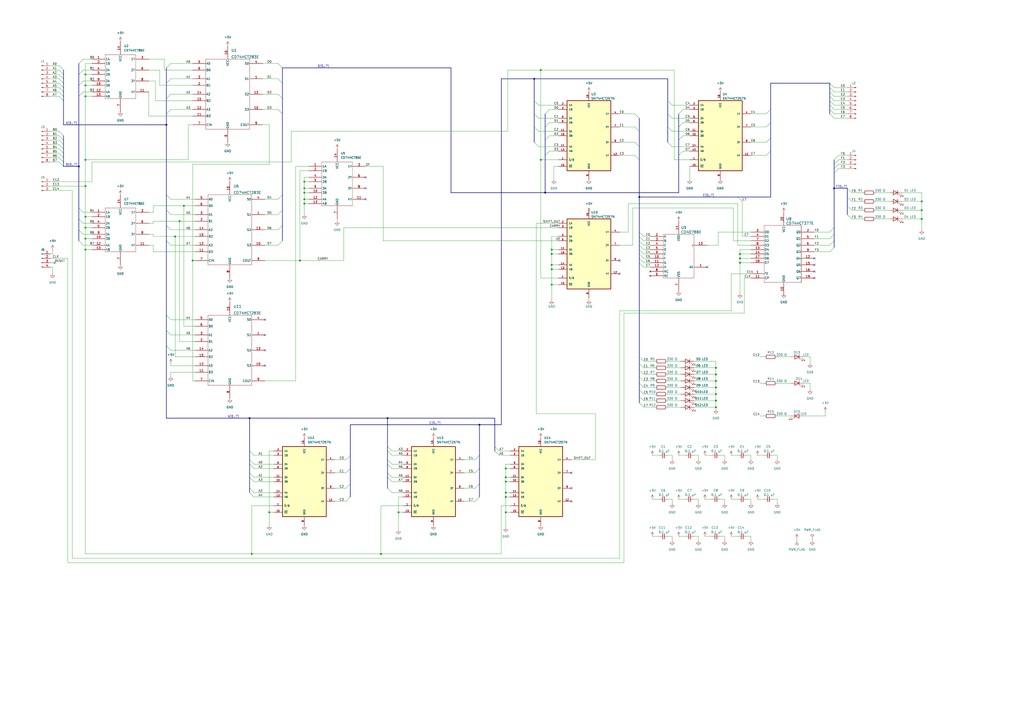
<source format=kicad_sch>
(kicad_sch (version 20211123) (generator eeschema)
  (paper "A2")
  (title_block (title "i281e ALU ") (date "2024-05-04") (rev "C") (company "i281e Development Group") (comment 1 "Licensed under CERN-OHL-P v2"))
  (junction (at 224.79 242.57))
  (junction (at 49.53 43.18))
  (junction (at 429.26 147.32))
  (junction (at 320.04 147.32))
  (junction (at 429.26 152.4))
  (junction (at 429.26 149.86))
  (junction (at 320.04 156.21))
  (junction (at 415.29 228.6))
  (junction (at 293.37 285.75))
  (junction (at 316.23 111.76))
  (junction (at 293.37 276.86))
  (junction (at 96.52 72.39))
  (junction (at 49.53 132.08))
  (junction (at 146.05 321.31))
  (junction (at 49.53 55.88))
  (junction (at 293.37 288.29))
  (junction (at 293.37 297.18))
  (junction (at 415.29 220.98))
  (junction (at 176.53 115.57))
  (junction (at 220.98 321.31))
  (junction (at 176.53 111.76))
  (junction (at 320.04 144.78))
  (junction (at 320.04 165.1))
  (junction (at 49.53 144.78))
  (junction (at 49.53 49.53))
  (junction (at 156.21 297.18))
  (junction (at 313.69 92.71))
  (junction (at 415.29 213.36))
  (junction (at 173.99 151.13))
  (junction (at 49.53 138.43))
  (junction (at 534.67 121.92))
  (junction (at 415.29 232.41))
  (junction (at 176.53 105.41))
  (junction (at 111.76 151.13))
  (junction (at 415.29 217.17))
  (junction (at 534.67 116.84))
  (junction (at 370.84 114.3))
  (junction (at 49.53 92.71))
  (junction (at 45.72 96.52))
  (junction (at 293.37 271.78))
  (junction (at 231.14 297.18))
  (junction (at 144.78 242.57))
  (junction (at 415.29 236.22))
  (junction (at 313.69 40.64))
  (junction (at 320.04 153.67))
  (junction (at 176.53 118.11))
  (junction (at 309.88 45.72))
  (junction (at 176.53 109.22))
  (junction (at 483.87 109.22))
  (junction (at 293.37 279.4))
  (junction (at 278.13 246.38))
  (junction (at 106.68 119.38))
  (junction (at 101.6 137.16))
  (junction (at 415.29 224.79))
  (junction (at 534.67 127))
  (junction (at 104.14 128.27))
  (junction (at 49.53 125.73))
  (junction (at 49.53 107.95))
  (no_connect (at 359.41 158.75))
  (no_connect (at 331.47 283.21))
  (no_connect (at 331.47 274.32))
  (no_connect (at 212.09 102.87))
  (no_connect (at 31.75 152.4))
  (no_connect (at 472.44 157.48))
  (no_connect (at 153.67 194.31))
  (no_connect (at 472.44 149.86))
  (no_connect (at 153.67 185.42))
  (no_connect (at 472.44 161.29))
  (no_connect (at 153.67 203.2))
  (no_connect (at 153.67 212.09))
  (no_connect (at 472.44 153.67))
  (no_connect (at 331.47 290.83))
  (no_connect (at 212.09 115.57))
  (no_connect (at 410.21 154.94))
  (no_connect (at 359.41 151.13))
  (no_connect (at 212.09 109.22))
  (bus_entry (at 387.35 82.55) (size 2.54 2.54))
  (bus_entry (at 318.77 87.63) (size -2.54 2.54))
  (bus_entry (at 370.84 147.32) (size 2.54 2.54))
  (bus_entry (at 224.79 259.08) (size 2.54 2.54))
  (bus_entry (at 278.13 264.16) (size -2.54 2.54))
  (bus_entry (at 163.83 130.81) (size -2.54 2.54))
  (bus_entry (at 387.35 58.42) (size 2.54 2.54))
  (bus_entry (at 161.29 63.5) (size 2.54 2.54))
  (bus_entry (at 481.33 53.34) (size 2.54 2.54))
  (bus_entry (at 481.33 63.5) (size 2.54 2.54))
  (bus_entry (at 370.84 218.44) (size 2.54 2.54))
  (bus_entry (at 370.84 229.87) (size 2.54 2.54))
  (bus_entry (at 481.33 55.88) (size 2.54 2.54))
  (bus_entry (at 227.33 264.16) (size -2.54 -2.54))
  (bus_entry (at 45.72 127) (size 2.54 2.54))
  (bus_entry (at 370.84 149.86) (size 2.54 2.54))
  (bus_entry (at 144.78 276.86) (size 2.54 2.54))
  (bus_entry (at 34.29 88.9) (size 2.54 2.54))
  (bus_entry (at 203.2 280.67) (size -2.54 2.54))
  (bus_entry (at 45.72 36.83) (size 2.54 -2.54))
  (bus_entry (at 481.33 58.42) (size 2.54 2.54))
  (bus_entry (at 34.29 43.18) (size 2.54 2.54))
  (bus_entry (at 370.84 144.78) (size 2.54 2.54))
  (bus_entry (at 447.04 63.5) (size -2.54 2.54))
  (bus_entry (at 368.3 73.66) (size 2.54 2.54))
  (bus_entry (at 370.84 222.25) (size 2.54 2.54))
  (bus_entry (at 370.84 226.06) (size 2.54 2.54))
  (bus_entry (at 278.13 288.29) (size -2.54 2.54))
  (bus_entry (at 34.29 86.36) (size 2.54 2.54))
  (bus_entry (at 34.29 53.34) (size 2.54 2.54))
  (bus_entry (at 481.33 60.96) (size 2.54 2.54))
  (bus_entry (at 144.78 285.75) (size 2.54 2.54))
  (bus_entry (at 45.72 133.35) (size 2.54 2.54))
  (bus_entry (at 318.77 78.74) (size -2.54 2.54))
  (bus_entry (at 96.52 121.92) (size 2.54 2.54))
  (bus_entry (at 318.77 71.12) (size -2.54 2.54))
  (bus_entry (at 45.72 139.7) (size 2.54 2.54))
  (bus_entry (at 368.3 66.04) (size 2.54 2.54))
  (bus_entry (at 144.78 266.7) (size 2.54 2.54))
  (bus_entry (at 34.29 76.2) (size 2.54 2.54))
  (bus_entry (at 45.72 55.88) (size 2.54 -2.54))
  (bus_entry (at 34.29 81.28) (size 2.54 2.54))
  (bus_entry (at 287.02 259.08) (size 2.54 2.54))
  (bus_entry (at 144.78 274.32) (size 2.54 2.54))
  (bus_entry (at 34.29 55.88) (size 2.54 2.54))
  (bus_entry (at 163.83 121.92) (size -2.54 2.54))
  (bus_entry (at 370.84 152.4) (size 2.54 2.54))
  (bus_entry (at 368.3 90.17) (size 2.54 2.54))
  (bus_entry (at 224.79 266.7) (size 2.54 2.54))
  (bus_entry (at 96.52 130.81) (size 2.54 2.54))
  (bus_entry (at 370.84 233.68) (size 2.54 2.54))
  (bus_entry (at 224.79 274.32) (size 2.54 2.54))
  (bus_entry (at 34.29 78.74) (size 2.54 2.54))
  (bus_entry (at 370.84 139.7) (size 2.54 2.54))
  (bus_entry (at 34.29 48.26) (size 2.54 2.54))
  (bus_entry (at 370.84 210.82) (size 2.54 2.54))
  (bus_entry (at 278.13 280.67) (size -2.54 2.54))
  (bus_entry (at 161.29 36.83) (size 2.54 2.54))
  (bus_entry (at 227.33 271.78) (size -2.54 -2.54))
  (bus_entry (at 387.35 73.66) (size 2.54 2.54))
  (bus_entry (at 227.33 279.4) (size -2.54 -2.54))
  (bus_entry (at 447.04 87.63) (size -2.54 2.54))
  (bus_entry (at 483.87 139.7) (size -2.54 2.54))
  (bus_entry (at 370.84 134.62) (size 2.54 2.54))
  (bus_entry (at 491.49 119.38) (size 2.54 2.54))
  (bus_entry (at 289.56 264.16) (size -2.54 -2.54))
  (bus_entry (at 447.04 71.12) (size -2.54 2.54))
  (bus_entry (at 203.2 264.16) (size -2.54 2.54))
  (bus_entry (at 309.88 73.66) (size 2.54 2.54))
  (bus_entry (at 481.33 50.8) (size 2.54 2.54))
  (bus_entry (at 224.79 283.21) (size 2.54 2.54))
  (bus_entry (at 447.04 80.01) (size -2.54 2.54))
  (bus_entry (at 163.83 139.7) (size -2.54 2.54))
  (bus_entry (at 163.83 113.03) (size -2.54 2.54))
  (bus_entry (at 370.84 214.63) (size 2.54 2.54))
  (bus_entry (at 486.41 95.25) (size -2.54 2.54))
  (bus_entry (at 45.72 49.53) (size 2.54 -2.54))
  (bus_entry (at 483.87 135.89) (size -2.54 2.54))
  (bus_entry (at 318.77 63.5) (size -2.54 2.54))
  (bus_entry (at 34.29 38.1) (size 2.54 2.54))
  (bus_entry (at 486.41 92.71) (size -2.54 2.54))
  (bus_entry (at 396.24 71.12) (size -2.54 2.54))
  (bus_entry (at 34.29 50.8) (size 2.54 2.54))
  (bus_entry (at 309.88 58.42) (size 2.54 2.54))
  (bus_entry (at 161.29 45.72) (size 2.54 2.54))
  (bus_entry (at 370.84 207.01) (size 2.54 2.54))
  (bus_entry (at 370.84 137.16) (size 2.54 2.54))
  (bus_entry (at 309.88 66.04) (size 2.54 2.54))
  (bus_entry (at 481.33 66.04) (size 2.54 2.54))
  (bus_entry (at 483.87 143.51) (size -2.54 2.54))
  (bus_entry (at 144.78 261.62) (size 2.54 2.54))
  (bus_entry (at 34.29 83.82) (size 2.54 2.54))
  (bus_entry (at 483.87 132.08) (size -2.54 2.54))
  (bus_entry (at 368.3 82.55) (size 2.54 2.54))
  (bus_entry (at 387.35 66.04) (size 2.54 2.54))
  (bus_entry (at 96.52 191.77) (size 2.54 2.54))
  (bus_entry (at 427.99 114.3) (size 2.54 2.54))
  (bus_entry (at 96.52 139.7) (size 2.54 2.54))
  (bus_entry (at 486.41 97.79) (size -2.54 2.54))
  (bus_entry (at 99.06 36.83) (size -2.54 2.54))
  (bus_entry (at 96.52 200.66) (size 2.54 2.54))
  (bus_entry (at 396.24 87.63) (size -2.54 2.54))
  (bus_entry (at 34.29 91.44) (size 2.54 2.54))
  (bus_entry (at 161.29 54.61) (size 2.54 2.54))
  (bus_entry (at 491.49 114.3) (size 2.54 2.54))
  (bus_entry (at 99.06 54.61) (size -2.54 2.54))
  (bus_entry (at 45.72 120.65) (size 2.54 2.54))
  (bus_entry (at 34.29 93.98) (size 2.54 2.54))
  (bus_entry (at 396.24 78.74) (size -2.54 2.54))
  (bus_entry (at 96.52 182.88) (size 2.54 2.54))
  (bus_entry (at 203.2 288.29) (size -2.54 2.54))
  (bus_entry (at 99.06 63.5) (size -2.54 2.54))
  (bus_entry (at 491.49 109.22) (size 2.54 2.54))
  (bus_entry (at 481.33 48.26) (size 2.54 2.54))
  (bus_entry (at 396.24 63.5) (size -2.54 2.54))
  (bus_entry (at 278.13 271.78) (size -2.54 2.54))
  (bus_entry (at 34.29 45.72) (size 2.54 2.54))
  (bus_entry (at 309.88 82.55) (size 2.54 2.54))
  (bus_entry (at 491.49 124.46) (size 2.54 2.54))
  (bus_entry (at 96.52 113.03) (size 2.54 2.54))
  (bus_entry (at 144.78 283.21) (size 2.54 2.54))
  (bus_entry (at 486.41 90.17) (size -2.54 2.54))
  (bus_entry (at 34.29 40.64) (size 2.54 2.54))
  (bus_entry (at 203.2 271.78) (size -2.54 2.54))
  (bus_entry (at 99.06 45.72) (size -2.54 2.54))
  (bus_entry (at 144.78 269.24) (size 2.54 2.54))
  (bus_entry (at 370.84 142.24) (size 2.54 2.54))
  (bus_entry (at 45.72 43.18) (size 2.54 -2.54))
  (wire (pts (xy 152.4 72.39) (xy 156.21 72.39)))
  (wire (pts (xy 450.85 207.01) (xy 458.47 207.01)))
  (wire (pts (xy 323.85 96.52) (xy 321.31 96.52)))
  (wire (pts (xy 534.67 116.84) (xy 534.67 121.92)))
  (wire (pts (xy 99.06 63.5) (xy 111.76 63.5)))
  (wire (pts (xy 53.34 93.98) (xy 53.34 105.41)))
  (bus (pts (xy 309.88 45.72) (xy 290.83 45.72)))
  (wire (pts (xy 387.35 236.22) (xy 394.97 236.22)))
  (wire (pts (xy 111.76 49.53) (xy 92.71 49.53)))
  (wire (pts (xy 222.25 139.7) (xy 222.25 96.52)))
  (bus (pts (xy 36.83 72.39) (xy 96.52 72.39)))
  (wire (pts (xy 450.85 241.3) (xy 458.47 241.3)))
  (wire (pts (xy 227.33 261.62) (xy 233.68 261.62)))
  (wire (pts (xy 320.04 156.21) (xy 323.85 156.21)))
  (wire (pts (xy 269.24 283.21) (xy 275.59 283.21)))
  (wire (pts (xy 320.04 153.67) (xy 323.85 153.67)))
  (wire (pts (xy 402.59 228.6) (xy 415.29 228.6)))
  (wire (pts (xy 424.18 158.75) (xy 435.61 158.75)))
  (wire (pts (xy 387.35 232.41) (xy 394.97 232.41)))
  (wire (pts (xy 99.06 124.46) (xy 113.03 124.46)))
  (wire (pts (xy 290.83 293.37) (xy 290.83 321.31)))
  (wire (pts (xy 472.44 146.05) (xy 481.33 146.05)))
  (wire (pts (xy 408.94 311.15) (xy 412.75 311.15)))
  (wire (pts (xy 415.29 220.98) (xy 415.29 224.79)))
  (wire (pts (xy 471.17 312.42) (xy 471.17 313.69)))
  (wire (pts (xy 318.77 71.12) (xy 323.85 71.12)))
  (wire (pts (xy 440.69 222.25) (xy 443.23 222.25)))
  (wire (pts (xy 293.37 271.78) (xy 293.37 276.86)))
  (bus (pts (xy 163.83 130.81) (xy 163.83 139.7)))
  (wire (pts (xy 427.99 118.11) (xy 427.99 142.24)))
  (wire (pts (xy 486.41 97.79) (xy 491.49 97.79)))
  (wire (pts (xy 534.67 111.76) (xy 534.67 116.84)))
  (wire (pts (xy 373.38 139.7) (xy 377.19 139.7)))
  (bus (pts (xy 316.23 66.04) (xy 316.23 73.66)))
  (wire (pts (xy 48.26 142.24) (xy 53.34 142.24)))
  (wire (pts (xy 396.24 87.63) (xy 400.05 87.63)))
  (wire (pts (xy 429.26 149.86) (xy 429.26 152.4)))
  (bus (pts (xy 144.78 269.24) (xy 144.78 274.32)))
  (wire (pts (xy 391.16 92.71) (xy 400.05 92.71)))
  (wire (pts (xy 429.26 147.32) (xy 435.61 147.32)))
  (bus (pts (xy 36.83 83.82) (xy 36.83 86.36)))
  (wire (pts (xy 331.47 266.7) (xy 345.44 266.7)))
  (wire (pts (xy 294.64 40.64) (xy 313.69 40.64)))
  (wire (pts (xy 168.91 93.98) (xy 53.34 93.98)))
  (wire (pts (xy 367.03 142.24) (xy 359.41 142.24)))
  (wire (pts (xy 29.21 55.88) (xy 34.29 55.88)))
  (wire (pts (xy 176.53 109.22) (xy 176.53 111.76)))
  (wire (pts (xy 231.14 297.18) (xy 233.68 297.18)))
  (bus (pts (xy 370.84 149.86) (xy 370.84 152.4)))
  (wire (pts (xy 113.03 207.01) (xy 101.6 207.01)))
  (wire (pts (xy 147.32 264.16) (xy 158.75 264.16)))
  (wire (pts (xy 364.49 134.62) (xy 359.41 134.62)))
  (bus (pts (xy 278.13 246.38) (xy 290.83 246.38)))
  (wire (pts (xy 391.16 40.64) (xy 391.16 92.71)))
  (wire (pts (xy 176.53 118.11) (xy 176.53 124.46)))
  (wire (pts (xy 231.14 288.29) (xy 231.14 297.18)))
  (wire (pts (xy 494.03 116.84) (xy 500.38 116.84)))
  (wire (pts (xy 156.21 261.62) (xy 156.21 297.18)))
  (wire (pts (xy 318.77 63.5) (xy 323.85 63.5)))
  (bus (pts (xy 96.52 242.57) (xy 144.78 242.57)))
  (wire (pts (xy 523.24 127) (xy 534.67 127)))
  (bus (pts (xy 144.78 261.62) (xy 144.78 266.7)))
  (wire (pts (xy 396.24 71.12) (xy 400.05 71.12)))
  (bus (pts (xy 483.87 100.33) (xy 483.87 109.22)))
  (bus (pts (xy 483.87 97.79) (xy 483.87 100.33)))
  (bus (pts (xy 45.72 55.88) (xy 45.72 96.52)))
  (bus (pts (xy 96.52 57.15) (xy 96.52 66.04)))
  (bus (pts (xy 370.84 114.3) (xy 427.99 114.3)))
  (wire (pts (xy 389.89 76.2) (xy 400.05 76.2)))
  (wire (pts (xy 111.76 40.64) (xy 95.25 40.64)))
  (bus (pts (xy 36.83 81.28) (xy 36.83 83.82)))
  (wire (pts (xy 472.44 142.24) (xy 481.33 142.24)))
  (wire (pts (xy 402.59 209.55) (xy 415.29 209.55)))
  (wire (pts (xy 146.05 321.31) (xy 220.98 321.31)))
  (wire (pts (xy 227.33 285.75) (xy 233.68 285.75)))
  (wire (pts (xy 294.64 76.2) (xy 168.91 76.2)))
  (wire (pts (xy 111.76 95.25) (xy 111.76 151.13)))
  (wire (pts (xy 88.9 129.54) (xy 86.36 129.54)))
  (bus (pts (xy 316.23 90.17) (xy 316.23 111.76)))
  (wire (pts (xy 323.85 137.16) (xy 320.04 137.16)))
  (wire (pts (xy 364.49 118.11) (xy 364.49 134.62)))
  (wire (pts (xy 49.53 132.08) (xy 49.53 138.43)))
  (wire (pts (xy 269.24 274.32) (xy 275.59 274.32)))
  (wire (pts (xy 387.35 209.55) (xy 394.97 209.55)))
  (wire (pts (xy 402.59 264.16) (xy 405.13 264.16)))
  (wire (pts (xy 194.31 266.7) (xy 200.66 266.7)))
  (bus (pts (xy 483.87 109.22) (xy 483.87 132.08)))
  (wire (pts (xy 95.25 40.64) (xy 95.25 34.29)))
  (wire (pts (xy 454.66 170.18) (xy 454.66 171.45)))
  (wire (pts (xy 29.21 78.74) (xy 34.29 78.74)))
  (wire (pts (xy 88.9 119.38) (xy 88.9 123.19)))
  (wire (pts (xy 486.41 95.25) (xy 491.49 95.25)))
  (wire (pts (xy 99.06 194.31) (xy 113.03 194.31)))
  (wire (pts (xy 39.37 326.39) (xy 39.37 149.86)))
  (wire (pts (xy 49.53 125.73) (xy 49.53 132.08)))
  (wire (pts (xy 491.49 58.42) (xy 483.87 58.42)))
  (wire (pts (xy 491.49 55.88) (xy 483.87 55.88)))
  (wire (pts (xy 402.59 213.36) (xy 415.29 213.36)))
  (bus (pts (xy 387.35 73.66) (xy 387.35 82.55)))
  (bus (pts (xy 163.83 121.92) (xy 163.83 130.81)))
  (bus (pts (xy 224.79 242.57) (xy 224.79 259.08)))
  (wire (pts (xy 408.94 264.16) (xy 412.75 264.16)))
  (bus (pts (xy 224.79 259.08) (xy 224.79 261.62)))
  (wire (pts (xy 373.38 142.24) (xy 377.19 142.24)))
  (bus (pts (xy 224.79 269.24) (xy 224.79 274.32)))
  (wire (pts (xy 152.4 54.61) (xy 161.29 54.61)))
  (bus (pts (xy 290.83 45.72) (xy 290.83 246.38)))
  (wire (pts (xy 415.29 217.17) (xy 415.29 220.98)))
  (wire (pts (xy 420.37 311.15) (xy 420.37 313.69)))
  (wire (pts (xy 176.53 118.11) (xy 179.07 118.11)))
  (wire (pts (xy 361.95 326.39) (xy 39.37 326.39)))
  (wire (pts (xy 104.14 128.27) (xy 113.03 128.27)))
  (wire (pts (xy 440.69 241.3) (xy 443.23 241.3)))
  (wire (pts (xy 361.95 181.61) (xy 361.95 326.39)))
  (wire (pts (xy 29.21 154.94) (xy 30.48 154.94)))
  (wire (pts (xy 231.14 288.29) (xy 233.68 288.29)))
  (wire (pts (xy 49.53 49.53) (xy 53.34 49.53)))
  (bus (pts (xy 36.83 43.18) (xy 36.83 45.72)))
  (bus (pts (xy 387.35 58.42) (xy 387.35 66.04)))
  (bus (pts (xy 163.83 66.04) (xy 163.83 113.03)))
  (wire (pts (xy 359.41 180.34) (xy 359.41 323.85)))
  (wire (pts (xy 29.21 149.86) (xy 39.37 149.86)))
  (wire (pts (xy 424.18 158.75) (xy 424.18 180.34)))
  (bus (pts (xy 96.52 48.26) (xy 96.52 57.15)))
  (wire (pts (xy 313.69 40.64) (xy 313.69 92.71)))
  (wire (pts (xy 106.68 119.38) (xy 88.9 119.38)))
  (wire (pts (xy 295.91 297.18) (xy 293.37 297.18)))
  (bus (pts (xy 45.72 127) (xy 45.72 133.35)))
  (wire (pts (xy 293.37 285.75) (xy 293.37 288.29)))
  (wire (pts (xy 320.04 144.78) (xy 323.85 144.78)))
  (bus (pts (xy 370.84 137.16) (xy 370.84 139.7)))
  (bus (pts (xy 309.88 66.04) (xy 309.88 73.66)))
  (wire (pts (xy 49.53 55.88) (xy 53.34 55.88)))
  (wire (pts (xy 113.03 198.12) (xy 104.14 198.12)))
  (wire (pts (xy 101.6 137.16) (xy 113.03 137.16)))
  (bus (pts (xy 370.84 147.32) (xy 370.84 149.86)))
  (wire (pts (xy 111.76 95.25) (xy 156.21 95.25)))
  (bus (pts (xy 163.83 113.03) (xy 163.83 121.92)))
  (wire (pts (xy 313.69 40.64) (xy 391.16 40.64)))
  (bus (pts (xy 309.88 73.66) (xy 309.88 82.55)))
  (wire (pts (xy 49.53 107.95) (xy 49.53 125.73)))
  (bus (pts (xy 163.83 48.26) (xy 163.83 57.15)))
  (bus (pts (xy 45.72 133.35) (xy 45.72 139.7)))
  (wire (pts (xy 435.61 82.55) (xy 444.5 82.55)))
  (wire (pts (xy 435.61 264.16) (xy 435.61 266.7)))
  (bus (pts (xy 278.13 288.29) (xy 278.13 280.67)))
  (bus (pts (xy 370.84 152.4) (xy 370.84 207.01)))
  (wire (pts (xy 48.26 46.99) (xy 53.34 46.99)))
  (wire (pts (xy 99.06 54.61) (xy 111.76 54.61)))
  (wire (pts (xy 472.44 134.62) (xy 481.33 134.62)))
  (wire (pts (xy 424.18 311.15) (xy 427.99 311.15)))
  (wire (pts (xy 153.67 124.46) (xy 161.29 124.46)))
  (bus (pts (xy 203.2 271.78) (xy 203.2 264.16)))
  (bus (pts (xy 144.78 274.32) (xy 144.78 276.86)))
  (wire (pts (xy 104.14 198.12) (xy 104.14 128.27)))
  (wire (pts (xy 220.98 293.37) (xy 220.98 321.31)))
  (wire (pts (xy 431.8 161.29) (xy 431.8 181.61)))
  (bus (pts (xy 261.62 111.76) (xy 316.23 111.76)))
  (wire (pts (xy 416.56 134.62) (xy 435.61 134.62)))
  (bus (pts (xy 483.87 95.25) (xy 483.87 97.79)))
  (wire (pts (xy 29.21 86.36) (xy 34.29 86.36)))
  (wire (pts (xy 387.35 264.16) (xy 389.89 264.16)))
  (wire (pts (xy 508 127) (xy 515.62 127)))
  (bus (pts (xy 387.35 66.04) (xy 387.35 73.66)))
  (wire (pts (xy 425.45 139.7) (xy 435.61 139.7)))
  (wire (pts (xy 373.38 228.6) (xy 379.73 228.6)))
  (wire (pts (xy 415.29 228.6) (xy 415.29 232.41)))
  (wire (pts (xy 92.71 40.64) (xy 86.36 40.64)))
  (wire (pts (xy 106.68 119.38) (xy 106.68 189.23)))
  (wire (pts (xy 373.38 149.86) (xy 377.19 149.86)))
  (bus (pts (xy 45.72 43.18) (xy 45.72 49.53)))
  (wire (pts (xy 359.41 66.04) (xy 368.3 66.04)))
  (wire (pts (xy 410.21 142.24) (xy 416.56 142.24)))
  (wire (pts (xy 29.21 53.34) (xy 34.29 53.34)))
  (wire (pts (xy 153.67 220.98) (xy 171.45 220.98)))
  (bus (pts (xy 481.33 63.5) (xy 481.33 66.04)))
  (bus (pts (xy 481.33 50.8) (xy 481.33 53.34)))
  (wire (pts (xy 400.05 96.52) (xy 400.05 104.14)))
  (bus (pts (xy 36.83 40.64) (xy 36.83 43.18)))
  (wire (pts (xy 448.31 264.16) (xy 450.85 264.16)))
  (wire (pts (xy 199.39 132.08) (xy 199.39 151.13)))
  (wire (pts (xy 158.75 297.18) (xy 156.21 297.18)))
  (wire (pts (xy 49.53 92.71) (xy 49.53 55.88)))
  (bus (pts (xy 316.23 73.66) (xy 316.23 81.28)))
  (wire (pts (xy 387.35 289.56) (xy 389.89 289.56)))
  (wire (pts (xy 113.03 119.38) (xy 106.68 119.38)))
  (wire (pts (xy 450.85 222.25) (xy 458.47 222.25)))
  (wire (pts (xy 156.21 72.39) (xy 156.21 95.25)))
  (wire (pts (xy 113.03 189.23) (xy 106.68 189.23)))
  (bus (pts (xy 36.83 86.36) (xy 36.83 88.9)))
  (bus (pts (xy 96.52 66.04) (xy 96.52 72.39)))
  (wire (pts (xy 227.33 264.16) (xy 233.68 264.16)))
  (bus (pts (xy 278.13 271.78) (xy 278.13 264.16)))
  (wire (pts (xy 179.07 102.87) (xy 176.53 102.87)))
  (bus (pts (xy 96.52 139.7) (xy 96.52 182.88)))
  (wire (pts (xy 173.99 99.06) (xy 179.07 99.06)))
  (bus (pts (xy 36.83 78.74) (xy 36.83 81.28)))
  (wire (pts (xy 29.21 105.41) (xy 53.34 105.41)))
  (bus (pts (xy 278.13 246.38) (xy 278.13 264.16)))
  (wire (pts (xy 269.24 290.83) (xy 275.59 290.83)))
  (wire (pts (xy 373.38 213.36) (xy 379.73 213.36)))
  (wire (pts (xy 491.49 53.34) (xy 483.87 53.34)))
  (wire (pts (xy 429.26 147.32) (xy 429.26 149.86)))
  (wire (pts (xy 88.9 128.27) (xy 88.9 129.54)))
  (wire (pts (xy 378.46 311.15) (xy 382.27 311.15)))
  (wire (pts (xy 486.41 92.71) (xy 491.49 92.71)))
  (bus (pts (xy 203.2 264.16) (xy 203.2 246.38)))
  (wire (pts (xy 168.91 76.2) (xy 168.91 93.98)))
  (bus (pts (xy 483.87 132.08) (xy 483.87 135.89)))
  (wire (pts (xy 49.53 144.78) (xy 53.34 144.78)))
  (wire (pts (xy 429.26 152.4) (xy 435.61 152.4)))
  (wire (pts (xy 425.45 120.65) (xy 425.45 139.7)))
  (wire (pts (xy 420.37 264.16) (xy 420.37 266.7)))
  (bus (pts (xy 203.2 288.29) (xy 203.2 280.67)))
  (wire (pts (xy 289.56 261.62) (xy 295.91 261.62)))
  (wire (pts (xy 387.35 224.79) (xy 394.97 224.79)))
  (wire (pts (xy 92.71 49.53) (xy 92.71 40.64)))
  (wire (pts (xy 49.53 132.08) (xy 53.34 132.08)))
  (wire (pts (xy 49.53 138.43) (xy 53.34 138.43)))
  (wire (pts (xy 29.21 76.2) (xy 34.29 76.2)))
  (wire (pts (xy 312.42 60.96) (xy 323.85 60.96)))
  (wire (pts (xy 373.38 209.55) (xy 379.73 209.55)))
  (wire (pts (xy 408.94 289.56) (xy 412.75 289.56)))
  (wire (pts (xy 30.48 147.32) (xy 30.48 144.78)))
  (wire (pts (xy 293.37 288.29) (xy 293.37 297.18)))
  (bus (pts (xy 96.52 200.66) (xy 96.52 242.57)))
  (wire (pts (xy 90.17 58.42) (xy 90.17 46.99)))
  (wire (pts (xy 293.37 279.4) (xy 295.91 279.4)))
  (wire (pts (xy 99.06 215.9) (xy 99.06 218.44)))
  (bus (pts (xy 309.88 45.72) (xy 387.35 45.72)))
  (wire (pts (xy 153.67 115.57) (xy 161.29 115.57)))
  (wire (pts (xy 420.37 289.56) (xy 420.37 292.1)))
  (wire (pts (xy 389.89 85.09) (xy 400.05 85.09)))
  (bus (pts (xy 316.23 111.76) (xy 393.7 111.76)))
  (wire (pts (xy 320.04 147.32) (xy 323.85 147.32)))
  (wire (pts (xy 523.24 121.92) (xy 534.67 121.92)))
  (wire (pts (xy 313.69 92.71) (xy 313.69 161.29)))
  (wire (pts (xy 313.69 92.71) (xy 323.85 92.71)))
  (wire (pts (xy 99.06 45.72) (xy 111.76 45.72)))
  (wire (pts (xy 158.75 261.62) (xy 156.21 261.62)))
  (wire (pts (xy 433.07 311.15) (xy 435.61 311.15)))
  (bus (pts (xy 45.72 49.53) (xy 45.72 55.88)))
  (wire (pts (xy 523.24 111.76) (xy 534.67 111.76)))
  (bus (pts (xy 163.83 57.15) (xy 163.83 66.04)))
  (wire (pts (xy 293.37 276.86) (xy 295.91 276.86)))
  (bus (pts (xy 144.78 242.57) (xy 224.79 242.57)))
  (wire (pts (xy 341.63 121.92) (xy 341.63 123.19)))
  (wire (pts (xy 227.33 276.86) (xy 233.68 276.86)))
  (wire (pts (xy 109.22 72.39) (xy 111.76 72.39)))
  (wire (pts (xy 389.89 68.58) (xy 400.05 68.58)))
  (wire (pts (xy 313.69 161.29) (xy 323.85 161.29)))
  (wire (pts (xy 435.61 311.15) (xy 435.61 313.69)))
  (bus (pts (xy 278.13 280.67) (xy 278.13 271.78)))
  (wire (pts (xy 433.07 264.16) (xy 435.61 264.16)))
  (wire (pts (xy 173.99 151.13) (xy 199.39 151.13)))
  (wire (pts (xy 173.99 99.06) (xy 173.99 151.13)))
  (bus (pts (xy 144.78 266.7) (xy 144.78 269.24)))
  (wire (pts (xy 231.14 297.18) (xy 231.14 307.34)))
  (bus (pts (xy 370.84 218.44) (xy 370.84 222.25)))
  (wire (pts (xy 152.4 36.83) (xy 161.29 36.83)))
  (wire (pts (xy 30.48 154.94) (xy 30.48 158.75)))
  (wire (pts (xy 293.37 288.29) (xy 295.91 288.29)))
  (bus (pts (xy 370.84 222.25) (xy 370.84 226.06)))
  (wire (pts (xy 111.76 67.31) (xy 86.36 67.31)))
  (bus (pts (xy 370.84 144.78) (xy 370.84 147.32)))
  (wire (pts (xy 153.67 151.13) (xy 173.99 151.13)))
  (wire (pts (xy 48.26 53.34) (xy 53.34 53.34)))
  (wire (pts (xy 431.8 181.61) (xy 361.95 181.61)))
  (wire (pts (xy 417.83 264.16) (xy 420.37 264.16)))
  (wire (pts (xy 194.31 290.83) (xy 200.66 290.83)))
  (wire (pts (xy 48.26 34.29) (xy 53.34 34.29)))
  (bus (pts (xy 224.79 266.7) (xy 224.79 269.24)))
  (wire (pts (xy 179.07 96.52) (xy 171.45 96.52)))
  (wire (pts (xy 320.04 165.1) (xy 320.04 173.99)))
  (wire (pts (xy 212.09 96.52) (xy 222.25 96.52)))
  (bus (pts (xy 483.87 135.89) (xy 483.87 139.7)))
  (bus (pts (xy 483.87 92.71) (xy 483.87 95.25)))
  (bus (pts (xy 370.84 210.82) (xy 370.84 214.63)))
  (wire (pts (xy 318.77 78.74) (xy 323.85 78.74)))
  (wire (pts (xy 435.61 289.56) (xy 435.61 292.1)))
  (wire (pts (xy 111.76 151.13) (xy 111.76 220.98)))
  (bus (pts (xy 36.83 53.34) (xy 36.83 55.88)))
  (wire (pts (xy 373.38 152.4) (xy 377.19 152.4)))
  (wire (pts (xy 194.31 274.32) (xy 200.66 274.32)))
  (wire (pts (xy 29.21 147.32) (xy 30.48 147.32)))
  (bus (pts (xy 491.49 114.3) (xy 491.49 119.38)))
  (wire (pts (xy 415.29 209.55) (xy 415.29 213.36)))
  (wire (pts (xy 31.75 152.4) (xy 29.21 152.4)))
  (bus (pts (xy 447.04 63.5) (xy 447.04 71.12)))
  (wire (pts (xy 387.35 213.36) (xy 394.97 213.36)))
  (wire (pts (xy 29.21 50.8) (xy 34.29 50.8)))
  (wire (pts (xy 311.15 129.54) (xy 323.85 129.54)))
  (bus (pts (xy 370.84 134.62) (xy 370.84 137.16)))
  (wire (pts (xy 320.04 165.1) (xy 323.85 165.1)))
  (wire (pts (xy 88.9 146.05) (xy 88.9 142.24)))
  (wire (pts (xy 405.13 311.15) (xy 405.13 313.69)))
  (wire (pts (xy 373.38 154.94) (xy 377.19 154.94)))
  (wire (pts (xy 220.98 293.37) (xy 233.68 293.37)))
  (bus (pts (xy 370.84 139.7) (xy 370.84 142.24)))
  (wire (pts (xy 373.38 224.79) (xy 379.73 224.79)))
  (bus (pts (xy 481.33 60.96) (xy 481.33 63.5)))
  (wire (pts (xy 417.83 311.15) (xy 420.37 311.15)))
  (wire (pts (xy 147.32 271.78) (xy 158.75 271.78)))
  (wire (pts (xy 109.22 72.39) (xy 109.22 92.71)))
  (wire (pts (xy 402.59 289.56) (xy 405.13 289.56)))
  (wire (pts (xy 290.83 293.37) (xy 295.91 293.37)))
  (wire (pts (xy 29.21 88.9) (xy 34.29 88.9)))
  (wire (pts (xy 29.21 43.18) (xy 34.29 43.18)))
  (wire (pts (xy 387.35 311.15) (xy 389.89 311.15)))
  (wire (pts (xy 86.36 46.99) (xy 90.17 46.99)))
  (wire (pts (xy 387.35 220.98) (xy 394.97 220.98)))
  (wire (pts (xy 49.53 125.73) (xy 53.34 125.73)))
  (wire (pts (xy 293.37 297.18) (xy 293.37 306.07)))
  (bus (pts (xy 45.72 36.83) (xy 45.72 43.18)))
  (bus (pts (xy 370.84 85.09) (xy 370.84 92.71)))
  (wire (pts (xy 415.29 236.22) (xy 415.29 237.49)))
  (bus (pts (xy 96.52 121.92) (xy 96.52 130.81)))
  (wire (pts (xy 320.04 153.67) (xy 320.04 156.21)))
  (wire (pts (xy 49.53 92.71) (xy 109.22 92.71)))
  (wire (pts (xy 469.9 222.25) (xy 469.9 226.06)))
  (wire (pts (xy 111.76 220.98) (xy 113.03 220.98)))
  (wire (pts (xy 387.35 228.6) (xy 394.97 228.6)))
  (wire (pts (xy 113.03 215.9) (xy 99.06 215.9)))
  (wire (pts (xy 99.06 142.24) (xy 113.03 142.24)))
  (wire (pts (xy 222.25 139.7) (xy 323.85 139.7)))
  (wire (pts (xy 402.59 311.15) (xy 405.13 311.15)))
  (wire (pts (xy 49.53 107.95) (xy 49.53 92.71)))
  (wire (pts (xy 435.61 73.66) (xy 444.5 73.66)))
  (wire (pts (xy 29.21 93.98) (xy 34.29 93.98)))
  (wire (pts (xy 508 111.76) (xy 515.62 111.76)))
  (wire (pts (xy 393.7 311.15) (xy 397.51 311.15)))
  (wire (pts (xy 88.9 142.24) (xy 86.36 142.24)))
  (bus (pts (xy 36.83 96.52) (xy 45.72 96.52)))
  (bus (pts (xy 316.23 81.28) (xy 316.23 90.17)))
  (wire (pts (xy 373.38 137.16) (xy 377.19 137.16)))
  (wire (pts (xy 364.49 118.11) (xy 427.99 118.11)))
  (bus (pts (xy 393.7 66.04) (xy 393.7 73.66)))
  (wire (pts (xy 29.21 45.72) (xy 34.29 45.72)))
  (wire (pts (xy 99.06 210.82) (xy 99.06 212.09)))
  (wire (pts (xy 312.42 85.09) (xy 323.85 85.09)))
  (wire (pts (xy 269.24 266.7) (xy 275.59 266.7)))
  (wire (pts (xy 508 116.84) (xy 515.62 116.84)))
  (wire (pts (xy 427.99 142.24) (xy 435.61 142.24)))
  (bus (pts (xy 309.88 58.42) (xy 309.88 66.04)))
  (bus (pts (xy 45.72 96.52) (xy 45.72 120.65)))
  (bus (pts (xy 481.33 58.42) (xy 481.33 60.96)))
  (wire (pts (xy 111.76 58.42) (xy 90.17 58.42)))
  (wire (pts (xy 429.26 144.78) (xy 429.26 147.32)))
  (wire (pts (xy 491.49 50.8) (xy 483.87 50.8)))
  (wire (pts (xy 49.53 138.43) (xy 49.53 144.78)))
  (wire (pts (xy 293.37 269.24) (xy 293.37 271.78)))
  (wire (pts (xy 146.05 293.37) (xy 158.75 293.37)))
  (wire (pts (xy 99.06 115.57) (xy 113.03 115.57)))
  (bus (pts (xy 36.83 55.88) (xy 36.83 58.42)))
  (wire (pts (xy 405.13 289.56) (xy 405.13 292.1)))
  (wire (pts (xy 176.53 105.41) (xy 179.07 105.41)))
  (wire (pts (xy 402.59 236.22) (xy 415.29 236.22)))
  (bus (pts (xy 36.83 93.98) (xy 36.83 96.52)))
  (wire (pts (xy 320.04 137.16) (xy 320.04 144.78)))
  (wire (pts (xy 111.76 151.13) (xy 113.03 151.13)))
  (wire (pts (xy 41.91 323.85) (xy 41.91 110.49)))
  (bus (pts (xy 36.83 88.9) (xy 36.83 91.44)))
  (bus (pts (xy 491.49 109.22) (xy 491.49 114.3)))
  (bus (pts (xy 393.7 73.66) (xy 393.7 81.28)))
  (wire (pts (xy 523.24 116.84) (xy 534.67 116.84)))
  (wire (pts (xy 491.49 68.58) (xy 483.87 68.58)))
  (wire (pts (xy 176.53 111.76) (xy 176.53 115.57)))
  (wire (pts (xy 153.67 133.35) (xy 161.29 133.35)))
  (wire (pts (xy 101.6 137.16) (xy 88.9 137.16)))
  (bus (pts (xy 483.87 139.7) (xy 483.87 143.51)))
  (bus (pts (xy 36.83 58.42) (xy 36.83 72.39)))
  (wire (pts (xy 220.98 321.31) (xy 290.83 321.31)))
  (wire (pts (xy 156.21 297.18) (xy 156.21 304.8)))
  (bus (pts (xy 370.84 214.63) (xy 370.84 218.44)))
  (wire (pts (xy 29.21 110.49) (xy 41.91 110.49)))
  (wire (pts (xy 294.64 40.64) (xy 294.64 76.2)))
  (wire (pts (xy 345.44 266.7) (xy 345.44 240.03)))
  (bus (pts (xy 370.84 207.01) (xy 370.84 210.82)))
  (wire (pts (xy 29.21 48.26) (xy 34.29 48.26)))
  (bus (pts (xy 261.62 39.37) (xy 261.62 111.76)))
  (wire (pts (xy 146.05 293.37) (xy 146.05 321.31)))
  (wire (pts (xy 359.41 323.85) (xy 41.91 323.85)))
  (wire (pts (xy 194.31 283.21) (xy 200.66 283.21)))
  (wire (pts (xy 466.09 207.01) (xy 469.9 207.01)))
  (bus (pts (xy 447.04 48.26) (xy 481.33 48.26)))
  (wire (pts (xy 430.53 116.84) (xy 430.53 137.16)))
  (wire (pts (xy 152.4 63.5) (xy 161.29 63.5)))
  (bus (pts (xy 481.33 48.26) (xy 481.33 50.8)))
  (wire (pts (xy 293.37 285.75) (xy 295.91 285.75)))
  (wire (pts (xy 424.18 264.16) (xy 427.99 264.16)))
  (bus (pts (xy 447.04 87.63) (xy 447.04 114.3)))
  (wire (pts (xy 99.06 133.35) (xy 113.03 133.35)))
  (wire (pts (xy 293.37 276.86) (xy 293.37 279.4)))
  (wire (pts (xy 176.53 105.41) (xy 176.53 109.22)))
  (wire (pts (xy 49.53 321.31) (xy 146.05 321.31)))
  (wire (pts (xy 48.26 135.89) (xy 53.34 135.89)))
  (wire (pts (xy 402.59 232.41) (xy 415.29 232.41)))
  (wire (pts (xy 417.83 289.56) (xy 420.37 289.56)))
  (wire (pts (xy 86.36 67.31) (xy 86.36 53.34)))
  (wire (pts (xy 389.89 60.96) (xy 400.05 60.96)))
  (bus (pts (xy 96.52 130.81) (xy 96.52 139.7)))
  (wire (pts (xy 195.58 127) (xy 195.58 128.27)))
  (wire (pts (xy 472.44 138.43) (xy 481.33 138.43)))
  (wire (pts (xy 48.26 129.54) (xy 53.34 129.54)))
  (wire (pts (xy 104.14 128.27) (xy 88.9 128.27)))
  (wire (pts (xy 147.32 279.4) (xy 158.75 279.4)))
  (bus (pts (xy 483.87 109.22) (xy 491.49 109.22)))
  (bus (pts (xy 96.52 182.88) (xy 96.52 191.77)))
  (wire (pts (xy 49.53 43.18) (xy 49.53 36.83)))
  (wire (pts (xy 113.03 146.05) (xy 88.9 146.05)))
  (wire (pts (xy 227.33 271.78) (xy 233.68 271.78)))
  (wire (pts (xy 435.61 90.17) (xy 444.5 90.17)))
  (wire (pts (xy 373.38 217.17) (xy 379.73 217.17)))
  (wire (pts (xy 389.89 289.56) (xy 389.89 292.1)))
  (bus (pts (xy 36.83 48.26) (xy 36.83 50.8)))
  (wire (pts (xy 491.49 60.96) (xy 483.87 60.96)))
  (wire (pts (xy 508 121.92) (xy 515.62 121.92)))
  (wire (pts (xy 341.63 172.72) (xy 341.63 173.99)))
  (wire (pts (xy 396.24 63.5) (xy 400.05 63.5)))
  (bus (pts (xy 393.7 90.17) (xy 393.7 111.76)))
  (wire (pts (xy 88.9 135.89) (xy 86.36 135.89)))
  (wire (pts (xy 373.38 232.41) (xy 379.73 232.41)))
  (wire (pts (xy 462.28 312.42) (xy 462.28 313.69)))
  (wire (pts (xy 534.67 127) (xy 534.67 133.35)))
  (bus (pts (xy 447.04 48.26) (xy 447.04 63.5)))
  (wire (pts (xy 402.59 220.98) (xy 415.29 220.98)))
  (bus (pts (xy 481.33 55.88) (xy 481.33 58.42)))
  (bus (pts (xy 36.83 45.72) (xy 36.83 48.26)))
  (bus (pts (xy 370.84 114.3) (xy 370.84 134.62)))
  (bus (pts (xy 45.72 120.65) (xy 45.72 127)))
  (wire (pts (xy 430.53 137.16) (xy 435.61 137.16)))
  (bus (pts (xy 370.84 142.24) (xy 370.84 144.78)))
  (wire (pts (xy 147.32 276.86) (xy 158.75 276.86)))
  (bus (pts (xy 447.04 80.01) (xy 447.04 87.63)))
  (wire (pts (xy 402.59 224.79) (xy 415.29 224.79)))
  (bus (pts (xy 387.35 45.72) (xy 387.35 58.42)))
  (wire (pts (xy 289.56 264.16) (xy 295.91 264.16)))
  (wire (pts (xy 435.61 66.04) (xy 444.5 66.04)))
  (bus (pts (xy 481.33 53.34) (xy 481.33 55.88)))
  (wire (pts (xy 101.6 137.16) (xy 101.6 207.01)))
  (wire (pts (xy 99.06 203.2) (xy 113.03 203.2)))
  (bus (pts (xy 96.52 39.37) (xy 96.52 48.26)))
  (wire (pts (xy 176.53 111.76) (xy 179.07 111.76)))
  (wire (pts (xy 152.4 45.72) (xy 161.29 45.72)))
  (wire (pts (xy 367.03 120.65) (xy 425.45 120.65)))
  (bus (pts (xy 36.83 50.8) (xy 36.83 53.34)))
  (bus (pts (xy 224.79 274.32) (xy 224.79 276.86)))
  (wire (pts (xy 176.53 115.57) (xy 179.07 115.57)))
  (wire (pts (xy 378.46 264.16) (xy 382.27 264.16)))
  (wire (pts (xy 29.21 81.28) (xy 34.29 81.28)))
  (wire (pts (xy 176.53 109.22) (xy 179.07 109.22)))
  (bus (pts (xy 447.04 71.12) (xy 447.04 80.01)))
  (wire (pts (xy 88.9 123.19) (xy 86.36 123.19)))
  (wire (pts (xy 491.49 66.04) (xy 483.87 66.04)))
  (wire (pts (xy 448.31 289.56) (xy 450.85 289.56)))
  (wire (pts (xy 29.21 83.82) (xy 34.29 83.82)))
  (bus (pts (xy 203.2 246.38) (xy 278.13 246.38)))
  (bus (pts (xy 224.79 276.86) (xy 224.79 283.21)))
  (wire (pts (xy 534.67 121.92) (xy 534.67 127)))
  (wire (pts (xy 367.03 120.65) (xy 367.03 142.24)))
  (wire (pts (xy 491.49 63.5) (xy 483.87 63.5)))
  (bus (pts (xy 144.78 276.86) (xy 144.78 283.21)))
  (wire (pts (xy 171.45 96.52) (xy 171.45 220.98)))
  (wire (pts (xy 147.32 288.29) (xy 158.75 288.29)))
  (wire (pts (xy 48.26 123.19) (xy 53.34 123.19)))
  (wire (pts (xy 176.53 102.87) (xy 176.53 105.41)))
  (wire (pts (xy 95.25 34.29) (xy 86.36 34.29)))
  (bus (pts (xy 370.84 76.2) (xy 370.84 85.09)))
  (wire (pts (xy 435.61 144.78) (xy 429.26 144.78)))
  (wire (pts (xy 293.37 279.4) (xy 293.37 285.75)))
  (wire (pts (xy 29.21 107.95) (xy 49.53 107.95)))
  (wire (pts (xy 29.21 91.44) (xy 34.29 91.44)))
  (wire (pts (xy 29.21 40.64) (xy 34.29 40.64)))
  (wire (pts (xy 389.89 264.16) (xy 389.89 266.7)))
  (wire (pts (xy 359.41 82.55) (xy 368.3 82.55)))
  (wire (pts (xy 373.38 144.78) (xy 377.19 144.78)))
  (wire (pts (xy 494.03 111.76) (xy 500.38 111.76)))
  (wire (pts (xy 429.26 152.4) (xy 429.26 170.18)))
  (wire (pts (xy 415.29 232.41) (xy 415.29 236.22)))
  (wire (pts (xy 439.42 289.56) (xy 443.23 289.56)))
  (wire (pts (xy 439.42 264.16) (xy 443.23 264.16)))
  (wire (pts (xy 359.41 90.17) (xy 368.3 90.17)))
  (wire (pts (xy 466.09 241.3) (xy 478.79 241.3)))
  (bus (pts (xy 370.84 229.87) (xy 370.84 233.68)))
  (wire (pts (xy 435.61 161.29) (xy 431.8 161.29)))
  (wire (pts (xy 311.15 240.03) (xy 311.15 129.54)))
  (wire (pts (xy 429.26 149.86) (xy 435.61 149.86)))
  (bus (pts (xy 96.52 72.39) (xy 96.52 113.03)))
  (wire (pts (xy 227.33 279.4) (xy 233.68 279.4)))
  (bus (pts (xy 203.2 280.67) (xy 203.2 271.78)))
  (wire (pts (xy 393.7 264.16) (xy 397.51 264.16)))
  (wire (pts (xy 88.9 137.16) (xy 88.9 135.89)))
  (bus (pts (xy 309.88 45.72) (xy 309.88 58.42)))
  (bus (pts (xy 96.52 113.03) (xy 96.52 121.92)))
  (wire (pts (xy 147.32 285.75) (xy 158.75 285.75)))
  (wire (pts (xy 99.06 185.42) (xy 113.03 185.42)))
  (wire (pts (xy 321.31 96.52) (xy 321.31 104.14)))
  (wire (pts (xy 99.06 36.83) (xy 111.76 36.83)))
  (wire (pts (xy 293.37 271.78) (xy 295.91 271.78)))
  (wire (pts (xy 295.91 269.24) (xy 293.37 269.24)))
  (wire (pts (xy 478.79 238.76) (xy 478.79 241.3)))
  (wire (pts (xy 389.89 311.15) (xy 389.89 313.69)))
  (wire (pts (xy 466.09 222.25) (xy 469.9 222.25)))
  (bus (pts (xy 370.84 92.71) (xy 370.84 114.3)))
  (wire (pts (xy 373.38 220.98) (xy 379.73 220.98)))
  (wire (pts (xy 373.38 147.32) (xy 377.19 147.32)))
  (wire (pts (xy 416.56 142.24) (xy 416.56 134.62)))
  (wire (pts (xy 312.42 76.2) (xy 323.85 76.2)))
  (wire (pts (xy 402.59 217.17) (xy 415.29 217.17)))
  (wire (pts (xy 227.33 269.24) (xy 233.68 269.24)))
  (bus (pts (xy 144.78 283.21) (xy 144.78 285.75)))
  (bus (pts (xy 287.02 242.57) (xy 224.79 242.57)))
  (bus (pts (xy 163.83 39.37) (xy 261.62 39.37)))
  (bus (pts (xy 96.52 191.77) (xy 96.52 200.66)))
  (wire (pts (xy 378.46 289.56) (xy 382.27 289.56)))
  (wire (pts (xy 494.03 127) (xy 500.38 127)))
  (wire (pts (xy 440.69 207.01) (xy 443.23 207.01)))
  (bus (pts (xy 224.79 261.62) (xy 224.79 266.7)))
  (wire (pts (xy 318.77 87.63) (xy 323.85 87.63)))
  (wire (pts (xy 49.53 55.88) (xy 49.53 49.53)))
  (wire (pts (xy 393.7 289.56) (xy 397.51 289.56)))
  (bus (pts (xy 427.99 114.3) (xy 447.04 114.3)))
  (wire (pts (xy 415.29 213.36) (xy 415.29 217.17)))
  (wire (pts (xy 147.32 269.24) (xy 158.75 269.24)))
  (wire (pts (xy 450.85 289.56) (xy 450.85 292.1)))
  (wire (pts (xy 49.53 36.83) (xy 53.34 36.83)))
  (wire (pts (xy 99.06 212.09) (xy 113.03 212.09)))
  (wire (pts (xy 405.13 264.16) (xy 405.13 266.7)))
  (wire (pts (xy 320.04 147.32) (xy 320.04 153.67)))
  (wire (pts (xy 396.24 78.74) (xy 400.05 78.74)))
  (bus (pts (xy 491.49 119.38) (xy 491.49 124.46)))
  (bus (pts (xy 370.84 68.58) (xy 370.84 76.2)))
  (wire (pts (xy 387.35 217.17) (xy 394.97 217.17)))
  (wire (pts (xy 320.04 156.21) (xy 320.04 165.1)))
  (bus (pts (xy 163.83 39.37) (xy 163.83 48.26)))
  (wire (pts (xy 199.39 132.08) (xy 323.85 132.08)))
  (bus (pts (xy 287.02 261.62) (xy 287.02 259.08)))
  (wire (pts (xy 415.29 224.79) (xy 415.29 228.6)))
  (wire (pts (xy 320.04 144.78) (xy 320.04 147.32)))
  (wire (pts (xy 373.38 236.22) (xy 379.73 236.22)))
  (bus (pts (xy 36.83 91.44) (xy 36.83 93.98)))
  (wire (pts (xy 49.53 49.53) (xy 49.53 43.18)))
  (bus (pts (xy 370.84 226.06) (xy 370.84 229.87)))
  (wire (pts (xy 48.26 40.64) (xy 53.34 40.64)))
  (wire (pts (xy 424.18 289.56) (xy 427.99 289.56)))
  (wire (pts (xy 49.53 43.18) (xy 53.34 43.18)))
  (wire (pts (xy 312.42 68.58) (xy 323.85 68.58)))
  (wire (pts (xy 359.41 180.34) (xy 424.18 180.34)))
  (wire (pts (xy 494.03 121.92) (xy 500.38 121.92)))
  (wire (pts (xy 450.85 264.16) (xy 450.85 266.7)))
  (bus (pts (xy 393.7 81.28) (xy 393.7 90.17)))
  (wire (pts (xy 433.07 289.56) (xy 435.61 289.56)))
  (wire (pts (xy 29.21 38.1) (xy 34.29 38.1)))
  (wire (pts (xy 486.41 90.17) (xy 491.49 90.17)))
  (bus (pts (xy 144.78 242.57) (xy 144.78 261.62)))
  (wire (pts (xy 153.67 142.24) (xy 161.29 142.24)))
  (wire (pts (xy 359.41 73.66) (xy 368.3 73.66)))
  (wire (pts (xy 49.53 144.78) (xy 49.53 321.31)))
  (wire (pts (xy 345.44 240.03) (xy 311.15 240.03)))
  (wire (pts (xy 469.9 207.01) (xy 469.9 210.82)))
  (bus (pts (xy 287.02 259.08) (xy 287.02 242.57)))
  (wire (pts (xy 176.53 115.57) (xy 176.53 118.11)))
  (label "F3" (at 490.22 97.79 180))
  (label "E7" (at 434.34 137.16 180))
  (label "E1" (at 377.19 139.7 180))
  (label "C3" (at 196.85 290.83 0))
  (label "B0" (at 30.48 76.2 0))
  (label "D7" (at 154.94 142.24 0))
  (label "A5" (at 30.48 50.8 0))
  (label "A4" (at 149.86 288.29 0))
  (label "C[0..7]" (at 248.92 246.38 0))
  (label "E4" (at 373.38 224.79 0))
  (label "B4" (at 30.48 86.36 0))
  (label "A1" (at 149.86 276.86 0))
  (label "A6" (at 107.95 203.2 0))
  (label "D5" (at 397.51 71.12 0))
  (label "A1" (at 30.48 40.64 0))
  (label "C12" (at 30.48 105.41 0))
  (label "D2" (at 321.31 78.74 0))
  (label "B3" (at 52.07 53.34 0))
  (label "C4" (at 397.51 60.96 0))
  (label "E4" (at 377.19 147.32 180))
  (label "B6" (at 30.48 91.44 0))
  (label "E7" (at 438.15 90.17 180))
  (label "D0" (at 154.94 36.83 0))
  (label "C2" (at 321.31 76.2 0))
  (label "A3" (at 231.14 261.62 0))
  (label "D[0..7]" (at 184.15 39.37 0))
  (label "F1" (at 474.98 138.43 180))
  (label "F2" (at 490.22 95.25 180))
  (label "A0" (at 107.95 36.83 0))
  (label "E2" (at 361.95 82.55 180))
  (label "C3" (at 321.31 85.09 0))
  (label "E3" (at 490.22 58.42 180))
  (label "F1" (at 494.03 116.84 0))
  (label "B2" (at 52.07 46.99 0))
  (label "E3" (at 373.38 220.98 0))
  (label "A7" (at 30.48 55.88 0))
  (label "B2" (at 30.48 81.28 0))
  (label "A3" (at 107.95 63.5 0))
  (label "D1" (at 154.94 45.72 0))
  (label "E0" (at 377.19 137.16 180))
  (label "E4" (at 438.15 66.04 180))
  (label "F0" (at 474.98 134.62 180))
  (label "OF" (at 212.09 96.52 0))
  (label "A2" (at 107.95 54.61 0))
  (label "A[0..7]" (at 132.08 242.57 0))
  (label "E2" (at 373.38 217.17 0))
  (label "A3" (at 149.86 279.4 0))
  (label "E6" (at 377.19 152.4 180))
  (label "D1" (at 321.31 71.12 0))
  (label "A5" (at 231.14 264.16 0))
  (label "E3" (at 377.19 144.78 180))
  (label "A6" (at 231.14 285.75 0))
  (label "A7" (at 289.56 261.62 0))
  (label "C6" (at 271.78 283.21 0))
  (label "A[0..7]" (at 38.1 72.39 0))
  (label "C7" (at 397.51 85.09 0))
  (label "B7" (at 52.07 142.24 0))
  (label "D5" (at 154.94 124.46 0))
  (label "A4" (at 30.48 48.26 0))
  (label "A2" (at 149.86 285.75 0))
  (label "C13" (at 30.48 107.95 0))
  (label "E3" (at 361.95 90.17 180))
  (label "E7" (at 490.22 68.58 180))
  (label "A1" (at 149.86 264.16 0))
  (label "C6" (at 397.51 76.2 0))
  (label "B5" (at 30.48 88.9 0))
  (label "E1" (at 490.22 53.34 180))
  (label "B1" (at 30.48 78.74 0))
  (label "E5" (at 490.22 63.5 180))
  (label "C14" (at 30.48 110.49 0))
  (label "E7" (at 377.19 154.94 180))
  (label "F1" (at 490.22 92.71 180))
  (label "E1" (at 361.95 73.66 180))
  (label "E6" (at 490.22 66.04 180))
  (label "E0" (at 373.38 209.55 0))
  (label "D2" (at 154.94 54.61 0))
  (label "E0" (at 490.22 50.8 180))
  (label "A7" (at 107.95 142.24 0))
  (label "F2" (at 474.98 142.24 180))
  (label "B[0..7]" (at 38.1 96.52 0))
  (label "C2" (at 196.85 283.21 0))
  (label "A6" (at 231.14 271.78 0))
  (label "C0" (at 196.85 266.7 0))
  (label "C5" (at 271.78 274.32 0))
  (label "OF" (at 322.58 139.7 0))
  (label "E4" (at 490.22 60.96 180))
  (label "SHIFT_OUT" (at 332.74 266.7 0))
  (label "C14" (at 433.07 158.75 0))
  (label "E6" (at 373.38 232.41 0))
  (label "B0" (at 52.07 34.29 0))
  (label "A3" (at 30.48 45.72 0))
  (label "E1" (at 373.38 213.36 0))
  (label "C4" (at 271.78 266.7 0))
  (label "A2" (at 30.48 43.18 0))
  (label "B4" (at 52.07 123.19 0))
  (label "CLK" (at 30.48 149.86 0))
  (label "F3" (at 494.03 127 0))
  (label "E[0..7]" (at 407.67 114.3 0))
  (label "A0" (at 30.48 38.1 0))
  (label "B1" (at 52.07 40.64 0))
  (label "D0" (at 321.31 63.5 0))
  (label "CLK" (at 431.8 161.29 0))
  (label "CARRY" (at 184.15 151.13 0))
  (label "D6" (at 397.51 78.74 0))
  (label "A7" (at 231.14 279.4 0))
  (label "E7" (at 430.53 116.84 0))
  (label "A0" (at 149.86 269.24 0))
  (label "A0" (at 289.56 264.16 0))
  (label "B6" (at 52.07 135.89 0))
  (label "D3" (at 154.94 63.5 0))
  (label "A5" (at 231.14 276.86 0))
  (label "RESET" (at 31.75 152.4 0))
  (label "CARRY" (at 318.77 132.08 0))
  (label "D6" (at 154.94 133.35 0))
  (label "E2" (at 377.19 142.24 180))
  (label "F0" (at 494.03 111.76 0))
  (label "B7" (at 30.48 93.98 0))
  (label "SHIFT_OUT" (at 314.96 129.54 0))
  (label "D4" (at 397.51 63.5 0))
  (label "E5" (at 373.38 228.6 0))
  (label "A5" (at 107.95 124.46 0))
  (label "B3" (at 30.48 83.82 0))
  (label "E6" (at 438.15 82.55 180))
  (label "E5" (at 438.15 73.66 180))
  (label "E7" (at 373.38 236.22 0))
  (label "A6" (at 107.95 133.35 0))
  (label "F[0..7]" (at 491.49 109.22 180))
  (label "C1" (at 321.31 68.58 0))
  (label "E5" (at 377.19 149.86 180))
  (label "A4" (at 107.95 115.57 0))
  (label "A4" (at 231.14 269.24 0))
  (label "F0" (at 490.22 90.17 180))
  (label "F3" (at 474.98 146.05 180))
  (label "A5" (at 107.95 194.31 0))
  (label "C14" (at 440.69 241.3 180))
  (label "C12" (at 440.69 207.01 180))
  (label "A6" (at 30.48 53.34 0))
  (label "A4" (at 107.95 185.42 0))
  (label "C5" (at 397.51 68.58 0))
  (label "D4" (at 154.94 115.57 0))
  (label "C1" (at 196.85 274.32 0))
  (label "E2" (at 490.22 55.88 180))
  (label "C0" (at 321.31 60.96 0))
  (label "A1" (at 107.95 45.72 0))
  (label "C7" (at 271.78 290.83 0))
  (label "F2" (at 494.03 121.92 0))
  (label "D3" (at 321.31 87.63 0))
  (label "D7" (at 397.51 87.63 0))
  (label "B5" (at 52.07 129.54 0))
  (label "E0" (at 361.95 66.04 180))
  (label "A2" (at 149.86 271.78 0))
  (label "C13" (at 440.69 222.25 180))
  (symbol (lib_id "Device:C_Small") (at 384.81 289.56 90) (unit 1)
    (property "Reference" "C6" (at 386.08 284.48 90) (effects (justify left)))
    (property "Value" "0.1 µF" (at 388.62 287.02 90) (effects (justify left)))
    (property "Footprint" "Capacitor_THT:C_Disc_D5.0mm_W2.5mm_P5.00mm" (effects hide))
  )
  (symbol (lib_id "power:PWR_FLAG") (at 471.17 312.42 0) (unit 1)
    (property "Reference" "#FLG?" (effects hide))
    (property "Value" "PWR_FLAG" (at 471.17 307.34 0))
  )
  (symbol (lib_name "CD74HCT283E_1") (lib_id "2023-10-27_22-10-53:CD74HCT283E") (at 100.33 106.68 0) (unit 1)
    (property "Reference" "U6" (at 135.3694 107.95 0) (effects (font (size 1.524 1.524)) (justify left)))
    (property "Value" "CD74HCT283E" (at 135.3694 111.76 0) (effects (font (size 1.524 1.524)) (justify left)))
    (property "Footprint" "Package_DIP:DIP-16_W7.62mm_Socket" (effects hide))
    (property "Datasheet" "CD74HCT283E" (effects hide))
  )
  (symbol (lib_id "Device:R") (at 383.54 209.55 270) (unit 1)
    (property "Reference" "R5" (at 378.46 208.28 90))
    (property "Value" "330 Ω" (at 389.89 208.28 90))
    (property "Footprint" "Resistor_THT:R_Axial_DIN0207_L6.3mm_D2.5mm_P7.62mm_Horizontal" (effects hide))
  )
  (symbol (lib_id "power:GND") (at 341.63 104.14 0) (unit 1)
    (property "Reference" "#PWR09" (effects hide))
    (property "Value" "GND" (at 341.63 109.22 0))
  )
  (symbol (lib_id "SN74HCT257N:SN74HCT257N") (at 313.69 279.4 0) (unit 1)
    (property "Reference" "U14" (at 315.5697 254 0) (effects (justify left)))
    (property "Value" "SN74HCT257N" (at 315.5697 256.54 0) (effects (justify left)))
    (property "Footprint" "Package_DIP:DIP-16_W7.62mm_Socket" (effects hide))
    (property "MF" "Texas Instruments" (effects hide))
    (property "Description" "\nQuadruple 2-Line To 1-Line Data Selectors/Multiplexers With 3-State Outputs\n" (effects hide))
    (property "Package" "PDIP-16 Texas Instruments" (effects hide))
    (property "Price" "None" (effects hide))
    (property "SnapEDA_Link" "https://www.snapeda.com/parts/SN74HCT257N/Texas+Instruments/view-part/?ref=snap" (effects hide))
    (property "MP" "SN74HCT257N" (effects hide))
    (property "Purchase-URL" "https://www.snapeda.com/api/url_track_click_mouser/?unipart_id=1189263&manufacturer=Texas Instruments&part_name=SN74HCT257N&search_term=None" (effects hide))
    (property "Availability" "In Stock" (effects hide))
    (property "Check_prices" "https://www.snapeda.com/parts/SN74HCT257N/Texas+Instruments/view-part/?ref=eda" (effects hide))
  )
  (symbol (lib_id "Device:R") (at 383.54 232.41 270) (unit 1)
    (property "Reference" "R11" (at 378.46 231.14 90))
    (property "Value" "330 Ω" (at 389.89 231.14 90))
    (property "Footprint" "Resistor_THT:R_Axial_DIN0207_L6.3mm_D2.5mm_P7.62mm_Horizontal" (effects hide))
  )
  (symbol (lib_id "power:+5V") (at 478.79 238.76 0) (unit 1)
    (property "Reference" "#PWR040" (effects hide))
    (property "Value" "+5V" (at 478.79 233.68 0))
  )
  (symbol (lib_id "power:GND") (at 469.9 210.82 0) (unit 1)
    (property "Reference" "#PWR0101" (effects hide))
    (property "Value" "GND" (at 469.9 215.9 0))
  )
  (symbol (lib_id "power:+5V") (at 195.58 86.36 0) (unit 1)
    (property "Reference" "#PWR07" (effects hide))
    (property "Value" "+5V" (at 195.58 81.28 0))
  )
  (symbol (lib_id "power:+5V") (at 424.18 311.15 0) (unit 1)
    (property "Reference" "#PWR073" (effects hide))
    (property "Value" "+5V" (at 424.18 306.07 0))
  )
  (symbol (lib_id "power:+5V") (at 378.46 264.16 0) (unit 1)
    (property "Reference" "#PWR044" (effects hide))
    (property "Value" "+5V" (at 378.46 259.08 0))
  )
  (symbol (lib_id "power:GND") (at 420.37 313.69 0) (unit 1)
    (property "Reference" "#PWR076" (effects hide))
    (property "Value" "GND" (at 420.37 318.77 0))
  )
  (symbol (lib_id "Device:R") (at 504.19 127 270) (unit 1)
    (property "Reference" "R4" (at 499.11 125.73 90))
    (property "Value" "330 Ω" (at 510.54 125.73 90))
    (property "Footprint" "Resistor_THT:R_Axial_DIN0207_L6.3mm_D2.5mm_P7.62mm_Horizontal" (effects hide))
  )
  (symbol (lib_id "Device:LED") (at 398.78 228.6 0) (mirror y) (unit 1)
    (property "Reference" "D10" (at 405.13 227.33 0))
    (property "Value" "LED" (at 408.94 227.33 0))
    (property "Footprint" "LED_THT:LED_D5.0mm" (effects hide))
  )
  (symbol (lib_id "SN74HCT257N:SN74HCT257N") (at 251.46 279.4 0) (unit 1)
    (property "Reference" "U13" (at 253.3397 254 0) (effects (justify left)))
    (property "Value" "SN74HCT257N" (at 253.3397 256.54 0) (effects (justify left)))
    (property "Footprint" "Package_DIP:DIP-16_W7.62mm_Socket" (effects hide))
    (property "MF" "Texas Instruments" (effects hide))
    (property "Description" "\nQuadruple 2-Line To 1-Line Data Selectors/Multiplexers With 3-State Outputs\n" (effects hide))
    (property "Package" "PDIP-16 Texas Instruments" (effects hide))
    (property "Price" "None" (effects hide))
    (property "SnapEDA_Link" "https://www.snapeda.com/parts/SN74HCT257N/Texas+Instruments/view-part/?ref=snap" (effects hide))
    (property "MP" "SN74HCT257N" (effects hide))
    (property "Purchase-URL" "https://www.snapeda.com/api/url_track_click_mouser/?unipart_id=1189263&manufacturer=Texas Instruments&part_name=SN74HCT257N&search_term=None" (effects hide))
    (property "Availability" "In Stock" (effects hide))
    (property "Check_prices" "https://www.snapeda.com/parts/SN74HCT257N/Texas+Instruments/view-part/?ref=eda" (effects hide))
  )
  (symbol (lib_id "power:GND") (at 405.13 313.69 0) (unit 1)
    (property "Reference" "#PWR075" (effects hide))
    (property "Value" "GND" (at 405.13 318.77 0))
  )
  (symbol (lib_id "power:GND") (at 450.85 266.7 0) (unit 1)
    (property "Reference" "#PWR053" (effects hide))
    (property "Value" "GND" (at 450.85 271.78 0))
  )
  (symbol (lib_id "power:GND") (at 176.53 124.46 0) (unit 1)
    (property "Reference" "#PWR016" (effects hide))
    (property "Value" "GND" (at 176.53 129.54 0))
  )
  (symbol (lib_id "Connector:Conn_01x08_Male") (at 24.13 45.72 0) (unit 1)
    (property "Reference" "J1" (at 24.765 35.56 0))
    (property "Value" "Conn_01x08_Male" (effects hide))
    (property "Footprint" "Connector_PinHeader_2.54mm:PinHeader_1x08_P2.54mm_Vertical" (effects hide))
  )
  (symbol (lib_id "Device:LED") (at 462.28 241.3 0) (unit 1)
    (property "Reference" "D15" (at 462.28 238.76 0))
    (property "Value" "LED" (at 466.09 240.03 0))
    (property "Footprint" "LED_THT:LED_D5.0mm" (effects hide))
  )
  (symbol (lib_id "power:GND") (at 405.13 292.1 0) (unit 1)
    (property "Reference" "#PWR060" (effects hide))
    (property "Value" "GND" (at 405.13 297.18 0))
  )
  (symbol (lib_id "power:GND") (at 435.61 266.7 0) (unit 1)
    (property "Reference" "#PWR052" (effects hide))
    (property "Value" "GND" (at 435.61 271.78 0))
  )
  (symbol (lib_id "Device:LED") (at 398.78 217.17 0) (mirror y) (unit 1)
    (property "Reference" "D7" (at 405.13 215.9 0))
    (property "Value" "LED" (at 408.94 215.9 0))
    (property "Footprint" "LED_THT:LED_D5.0mm" (effects hide))
  )
  (symbol (lib_id "Device:C_Small") (at 445.77 264.16 90) (unit 1)
    (property "Reference" "C5" (at 447.04 259.08 90) (effects (justify left)))
    (property "Value" "0.1 µF" (at 449.58 261.62 90) (effects (justify left)))
    (property "Footprint" "Capacitor_THT:C_Disc_D5.0mm_W2.5mm_P5.00mm" (effects hide))
  )
  (symbol (lib_id "power:+5V") (at 454.66 123.19 0) (unit 1)
    (property "Reference" "#PWR015" (effects hide))
    (property "Value" "+5V" (at 454.66 118.11 0))
  )
  (symbol (lib_id "power:GND") (at 417.83 104.14 0) (unit 1)
    (property "Reference" "#PWR011" (effects hide))
    (property "Value" "GND" (at 417.83 109.22 0))
  )
  (symbol (lib_id "power:+5V") (at 69.85 113.03 0) (unit 1)
    (property "Reference" "#PWR013" (effects hide))
    (property "Value" "+5V" (at 69.85 107.95 0))
  )
  (symbol (lib_id "Device:R") (at 383.54 220.98 270) (unit 1)
    (property "Reference" "R8" (at 378.46 219.71 90))
    (property "Value" "330 Ω" (at 389.89 219.71 90))
    (property "Footprint" "Resistor_THT:R_Axial_DIN0207_L6.3mm_D2.5mm_P7.62mm_Horizontal" (effects hide))
  )
  (symbol (lib_id "SN74HCT257N:SN74HCT257N") (at 341.63 147.32 0) (unit 1)
    (property "Reference" "U10" (at 342.9 123.19 0) (effects (justify left)))
    (property "Value" "SN74HCT257N" (at 342.9 125.73 0) (effects (justify left)))
    (property "Footprint" "Package_DIP:DIP-16_W7.62mm_Socket" (effects hide))
    (property "MF" "Texas Instruments" (effects hide))
    (property "Description" "\nQuadruple 2-Line To 1-Line Data Selectors/Multiplexers With 3-State Outputs\n" (effects hide))
    (property "Package" "PDIP-16 Texas Instruments" (effects hide))
    (property "Price" "None" (effects hide))
    (property "SnapEDA_Link" "https://www.snapeda.com/parts/SN74HCT257N/Texas+Instruments/view-part/?ref=snap" (effects hide))
    (property "MP" "SN74HCT257N" (effects hide))
    (property "Purchase-URL" "https://www.snapeda.com/api/url_track_click_mouser/?unipart_id=1189263&manufacturer=Texas Instruments&part_name=SN74HCT257N&search_term=None" (effects hide))
    (property "Availability" "In Stock" (effects hide))
    (property "Check_prices" "https://www.snapeda.com/parts/SN74HCT257N/Texas+Instruments/view-part/?ref=eda" (effects hide))
  )
  (symbol (lib_id "Device:C_Small") (at 384.81 311.15 90) (unit 1)
    (property "Reference" "C11" (at 386.08 306.07 90) (effects (justify left)))
    (property "Value" "0.1 µF" (at 388.62 308.61 90) (effects (justify left)))
    (property "Footprint" "Capacitor_THT:C_Disc_D5.0mm_W2.5mm_P5.00mm" (effects hide))
  )
  (symbol (lib_id "power:GND") (at 133.35 161.29 0) (unit 1)
    (property "Reference" "#PWR023" (effects hide))
    (property "Value" "GND" (at 133.35 166.37 0))
  )
  (symbol (lib_id "Device:R") (at 447.04 241.3 270) (unit 1)
    (property "Reference" "R15" (at 447.04 238.76 90))
    (property "Value" "330 Ω" (at 453.39 240.03 90))
    (property "Footprint" "Resistor_THT:R_Axial_DIN0207_L6.3mm_D2.5mm_P7.62mm_Horizontal" (effects hide))
  )
  (symbol (lib_id "power:GND") (at 435.61 313.69 0) (unit 1)
    (property "Reference" "#PWR077" (effects hide))
    (property "Value" "GND" (at 435.61 318.77 0))
  )
  (symbol (lib_id "power:+5V") (at 439.42 289.56 0) (unit 1)
    (property "Reference" "#PWR058" (effects hide))
    (property "Value" "+5V" (at 439.42 284.48 0))
  )
  (symbol (lib_id "power:+5V") (at 408.94 311.15 0) (unit 1)
    (property "Reference" "#PWR072" (effects hide))
    (property "Value" "+5V" (at 408.94 306.07 0))
  )
  (symbol (lib_id "power:GND") (at 321.31 104.14 0) (unit 1)
    (property "Reference" "#PWR08" (effects hide))
    (property "Value" "GND" (at 321.31 109.22 0))
  )
  (symbol (lib_id "power:+5V") (at 408.94 289.56 0) (unit 1)
    (property "Reference" "#PWR056" (effects hide))
    (property "Value" "+5V" (at 408.94 284.48 0))
  )
  (symbol (lib_name "CD74HCT283E_1") (lib_id "2023-10-27_22-10-53:CD74HCT283E") (at 100.33 176.53 0) (unit 1)
    (property "Reference" "U11" (at 135.3694 177.8 0) (effects (font (size 1.524 1.524)) (justify left)))
    (property "Value" "CD74HCT283E" (at 135.3694 181.61 0) (effects (font (size 1.524 1.524)) (justify left)))
    (property "Footprint" "Package_DIP:DIP-16_W7.62mm_Socket" (effects hide))
    (property "Datasheet" "CD74HCT283E" (effects hide))
  )
  (symbol (lib_id "Device:C_Small") (at 415.29 311.15 90) (unit 1)
    (property "Reference" "C13" (at 416.56 306.07 90) (effects (justify left)))
    (property "Value" "0.1 µF" (at 419.1 308.61 90) (effects (justify left)))
    (property "Footprint" "Capacitor_THT:C_Disc_D5.0mm_W2.5mm_P5.00mm" (effects hide))
  )
  (symbol (lib_id "Device:LED") (at 398.78 232.41 0) (mirror y) (unit 1)
    (property "Reference" "D11" (at 405.13 231.14 0))
    (property "Value" "LED" (at 408.94 231.14 0))
    (property "Footprint" "LED_THT:LED_D5.0mm" (effects hide))
  )
  (symbol (lib_id "power:GND") (at 133.35 231.14 0) (unit 1)
    (property "Reference" "#PWR032" (effects hide))
    (property "Value" "GND" (at 133.35 236.22 0))
  )
  (symbol (lib_id "power:GND") (at 69.85 64.77 0) (unit 1)
    (property "Reference" "#PWR05" (effects hide))
    (property "Value" "GND" (at 69.85 69.85 0))
  )
  (symbol (lib_id "power:+5V") (at 462.28 312.42 0) (unit 1)
    (property "Reference" "#PWR?" (effects hide))
    (property "Value" "+5V" (at 462.28 307.34 0))
  )
  (symbol (lib_id "power:+5V") (at 393.7 128.27 0) (unit 1)
    (property "Reference" "#PWR018" (effects hide))
    (property "Value" "+5V" (at 393.7 123.19 0))
  )
  (symbol (lib_id "power:GND") (at 450.85 292.1 0) (unit 1)
    (property "Reference" "#PWR063" (effects hide))
    (property "Value" "GND" (at 450.85 297.18 0))
  )
  (symbol (lib_id "power:+5V") (at 424.18 289.56 0) (unit 1)
    (property "Reference" "#PWR057" (effects hide))
    (property "Value" "+5V" (at 424.18 284.48 0))
  )
  (symbol (lib_id "power:+5V") (at 313.69 254 0) (unit 1)
    (property "Reference" "#PWR043" (effects hide))
    (property "Value" "+5V" (at 313.69 248.92 0))
  )
  (symbol (lib_id "power:+5V") (at 176.53 254 0) (unit 1)
    (property "Reference" "#PWR041" (effects hide))
    (property "Value" "+5V" (at 176.53 248.92 0))
  )
  (symbol (lib_id "2023-11-03_22-46-21:CD4078BE") (at 377.19 140.97 0) (unit 1)
    (property "Reference" "U9" (at 394.97 132.08 0) (effects (font (size 1.524 1.524)) (justify left)))
    (property "Value" "CD4078BE" (at 394.97 134.62 0) (effects (font (size 1.524 1.524)) (justify left)))
    (property "Footprint" "Package_DIP:DIP-14_W7.62mm_Socket" (effects hide))
    (property "Datasheet" "CD4078BE" (effects hide))
  )
  (symbol (lib_id "power:GND") (at 320.04 173.99 0) (unit 1)
    (property "Reference" "#PWR027" (effects hide))
    (property "Value" "GND" (at 320.04 177.8 0))
  )
  (symbol (lib_id "power:GND") (at 293.37 306.07 0) (unit 1)
    (property "Reference" "#PWR068" (effects hide))
    (property "Value" "GND" (at 293.37 311.15 0))
  )
  (symbol (lib_name "CD74HCT283E_1") (lib_id "2023-10-27_22-10-53:CD74HCT283E") (at 99.06 27.94 0) (unit 1)
    (property "Reference" "U1" (at 134.0994 29.21 0) (effects (font (size 1.524 1.524)) (justify left)))
    (property "Value" "CD74HCT283E" (at 134.0994 33.02 0) (effects (font (size 1.524 1.524)) (justify left)))
    (property "Footprint" "Package_DIP:DIP-16_W7.62mm_Socket" (effects hide))
    (property "Datasheet" "CD74HCT283E" (effects hide))
  )
  (symbol (lib_id "power:GND") (at 156.21 304.8 0) (unit 1)
    (property "Reference" "#PWR064" (effects hide))
    (property "Value" "GND" (at 156.21 309.88 0))
  )
  (symbol (lib_id "Device:LED") (at 462.28 207.01 0) (mirror y) (unit 1)
    (property "Reference" "D13" (at 462.28 204.47 0))
    (property "Value" "LED" (at 467.36 205.74 0))
    (property "Footprint" "LED_THT:LED_D5.0mm" (effects hide))
  )
  (symbol (lib_id "power:+5V") (at 378.46 289.56 0) (unit 1)
    (property "Reference" "#PWR054" (effects hide))
    (property "Value" "+5V" (at 378.46 284.48 0))
  )
  (symbol (lib_id "power:GND") (at 389.89 313.69 0) (unit 1)
    (property "Reference" "#PWR074" (effects hide))
    (property "Value" "GND" (at 389.89 318.77 0))
  )
  (symbol (lib_id "power:GND") (at 415.29 237.49 0) (unit 1)
    (property "Reference" "#PWR033" (effects hide))
    (property "Value" "GND" (at 415.29 242.57 0))
  )
  (symbol (lib_id "Connector:Conn_01x08_Male") (at 24.13 83.82 0) (unit 1)
    (property "Reference" "J3" (at 24.765 73.66 0))
    (property "Value" "Conn_01x08_Male" (effects hide))
    (property "Footprint" "Connector_PinHeader_2.54mm:PinHeader_1x08_P2.54mm_Vertical" (effects hide))
  )
  (symbol (lib_id "Device:LED") (at 398.78 236.22 0) (mirror y) (unit 1)
    (property "Reference" "D12" (at 405.13 234.95 0))
    (property "Value" "LED" (at 408.94 234.95 0))
    (property "Footprint" "LED_THT:LED_D5.0mm" (effects hide))
  )
  (symbol (lib_id "power:+5V") (at 341.63 123.19 0) (unit 1)
    (property "Reference" "#PWR014" (effects hide))
    (property "Value" "+5V" (at 341.63 118.11 0))
  )
  (symbol (lib_id "Device:C_Small") (at 430.53 289.56 90) (unit 1)
    (property "Reference" "C9" (at 431.8 284.48 90) (effects (justify left)))
    (property "Value" "0.1 µF" (at 434.34 287.02 90) (effects (justify left)))
    (property "Footprint" "Capacitor_THT:C_Disc_D5.0mm_W2.5mm_P5.00mm" (effects hide))
  )
  (symbol (lib_id "Device:C_Small") (at 415.29 264.16 90) (unit 1)
    (property "Reference" "C3" (at 416.56 259.08 90) (effects (justify left)))
    (property "Value" "0.1 µF" (at 419.1 261.62 90) (effects (justify left)))
    (property "Footprint" "Capacitor_THT:C_Disc_D5.0mm_W2.5mm_P5.00mm" (effects hide))
  )
  (symbol (lib_id "SN74HCT257N:SN74HCT257N") (at 176.53 279.4 0) (unit 1)
    (property "Reference" "U12" (at 178.4097 254 0) (effects (justify left)))
    (property "Value" "SN74HCT257N" (at 178.4097 256.54 0) (effects (justify left)))
    (property "Footprint" "Package_DIP:DIP-16_W7.62mm_Socket" (effects hide))
    (property "MF" "Texas Instruments" (effects hide))
    (property "Description" "\nQuadruple 2-Line To 1-Line Data Selectors/Multiplexers With 3-State Outputs\n" (effects hide))
    (property "Package" "PDIP-16 Texas Instruments" (effects hide))
    (property "Price" "None" (effects hide))
    (property "SnapEDA_Link" "https://www.snapeda.com/parts/SN74HCT257N/Texas+Instruments/view-part/?ref=snap" (effects hide))
    (property "MP" "SN74HCT257N" (effects hide))
    (property "Purchase-URL" "https://www.snapeda.com/api/url_track_click_mouser/?unipart_id=1189263&manufacturer=Texas Instruments&part_name=SN74HCT257N&search_term=None" (effects hide))
    (property "Availability" "In Stock" (effects hide))
    (property "Check_prices" "https://www.snapeda.com/parts/SN74HCT257N/Texas+Instruments/view-part/?ref=eda" (effects hide))
  )
  (symbol (lib_id "Connector:Conn_01x04_Male") (at 496.57 92.71 0) (mirror y) (unit 1)
    (property "Reference" "J4" (at 494.03 87.63 0) (effects (justify right)))
    (property "Value" "Conn_01x04_Male" (effects hide))
    (property "Footprint" "Connector_PinHeader_2.54mm:PinHeader_1x04_P2.54mm_Vertical" (effects hide))
  )
  (symbol (lib_id "Device:C_Small") (at 430.53 264.16 90) (unit 1)
    (property "Reference" "C4" (at 431.8 259.08 90) (effects (justify left)))
    (property "Value" "0.1 µF" (at 434.34 261.62 90) (effects (justify left)))
    (property "Footprint" "Capacitor_THT:C_Disc_D5.0mm_W2.5mm_P5.00mm" (effects hide))
  )
  (symbol (lib_id "power:GND") (at 389.89 266.7 0) (unit 1)
    (property "Reference" "#PWR049" (effects hide))
    (property "Value" "GND" (at 389.89 271.78 0))
  )
  (symbol (lib_id "Device:R") (at 383.54 236.22 270) (unit 1)
    (property "Reference" "R12" (at 378.46 234.95 90))
    (property "Value" "330 Ω" (at 389.89 234.95 90))
    (property "Footprint" "Resistor_THT:R_Axial_DIN0207_L6.3mm_D2.5mm_P7.62mm_Horizontal" (effects hide))
  )
  (symbol (lib_id "Device:C_Small") (at 400.05 264.16 90) (unit 1)
    (property "Reference" "C2" (at 401.32 259.08 90) (effects (justify left)))
    (property "Value" "0.1 µF" (at 403.86 261.62 90) (effects (justify left)))
    (property "Footprint" "Capacitor_THT:C_Disc_D5.0mm_W2.5mm_P5.00mm" (effects hide))
  )
  (symbol (lib_id "Device:LED") (at 519.43 111.76 0) (mirror y) (unit 1)
    (property "Reference" "D1" (at 525.78 110.49 0))
    (property "Value" "LED" (at 529.59 110.49 0))
    (property "Footprint" "LED_THT:LED_D5.0mm" (effects hide))
  )
  (symbol (lib_id "SN74HCT257N:SN74HCT257N") (at 341.63 78.74 0) (unit 1)
    (property "Reference" "U3" (at 342.9 54.61 0) (effects (justify left)))
    (property "Value" "SN74HCT257N" (at 342.9 57.15 0) (effects (justify left)))
    (property "Footprint" "Package_DIP:DIP-16_W7.62mm_Socket" (effects hide))
    (property "MF" "Texas Instruments" (effects hide))
    (property "Description" "\nQuadruple 2-Line To 1-Line Data Selectors/Multiplexers With 3-State Outputs\n" (effects hide))
    (property "Package" "PDIP-16 Texas Instruments" (effects hide))
    (property "Price" "None" (effects hide))
    (property "SnapEDA_Link" "https://www.snapeda.com/parts/SN74HCT257N/Texas+Instruments/view-part/?ref=snap" (effects hide))
    (property "MP" "SN74HCT257N" (effects hide))
    (property "Purchase-URL" "https://www.snapeda.com/api/url_track_click_mouser/?unipart_id=1189263&manufacturer=Texas Instruments&part_name=SN74HCT257N&search_term=None" (effects hide))
    (property "Availability" "In Stock" (effects hide))
    (property "Check_prices" "https://www.snapeda.com/parts/SN74HCT257N/Texas+Instruments/view-part/?ref=eda" (effects hide))
  )
  (symbol (lib_id "power:GND") (at 420.37 292.1 0) (unit 1)
    (property "Reference" "#PWR061" (effects hide))
    (property "Value" "GND" (at 420.37 297.18 0))
  )
  (symbol (lib_id "Device:LED") (at 462.28 222.25 0) (mirror y) (unit 1)
    (property "Reference" "D14" (at 463.55 219.71 0))
    (property "Value" "LED" (at 467.36 220.98 0))
    (property "Footprint" "LED_THT:LED_D5.0mm" (effects hide))
  )
  (symbol (lib_id "power:GND") (at 469.9 226.06 0) (unit 1)
    (property "Reference" "#PWR037" (effects hide))
    (property "Value" "GND" (at 469.9 231.14 0))
  )
  (symbol (lib_id "power:+5V") (at 99.06 210.82 0) (unit 1)
    (property "Reference" "#PWR030" (effects hide))
    (property "Value" "+5V" (at 99.06 205.74 0))
  )
  (symbol (lib_id "Device:LED") (at 519.43 116.84 0) (mirror y) (unit 1)
    (property "Reference" "D2" (at 525.78 115.57 0))
    (property "Value" "LED" (at 529.59 115.57 0))
    (property "Footprint" "LED_THT:LED_D5.0mm" (effects hide))
  )
  (symbol (lib_id "Device:C_Small") (at 400.05 289.56 90) (unit 1)
    (property "Reference" "C7" (at 401.32 284.48 90) (effects (justify left)))
    (property "Value" "0.1 µF" (at 403.86 287.02 90) (effects (justify left)))
    (property "Footprint" "Capacitor_THT:C_Disc_D5.0mm_W2.5mm_P5.00mm" (effects hide))
  )
  (symbol (lib_id "power:GND") (at 341.63 173.99 0) (unit 1)
    (property "Reference" "#PWR036" (effects hide))
    (property "Value" "GND" (at 341.63 177.8 0))
  )
  (symbol (lib_id "power:+5V") (at 69.85 24.13 0) (unit 1)
    (property "Reference" "#PWR01" (effects hide))
    (property "Value" "+5V" (at 69.85 19.05 0))
  )
  (symbol (lib_id "power:GND") (at 454.66 170.18 0) (unit 1)
    (property "Reference" "#PWR026" (effects hide))
    (property "Value" "GND" (at 454.66 175.26 0))
  )
  (symbol (lib_id "power:GND") (at 30.48 158.75 0) (unit 1)
    (property "Reference" "#PWR022" (effects hide))
    (property "Value" "GND" (at 30.48 163.83 0))
  )
  (symbol (lib_name "CD74HCT86E_1") (lib_id "2023-10-28_21-49-09:CD74HCT86E") (at 179.07 99.06 0) (unit 1)
    (property "Reference" "U5" (at 197.5994 88.9 0) (effects (font (size 1.25 1.25)) (justify left)))
    (property "Value" "CD74HCT86E" (at 197.5994 91.44 0) (effects (font (size 1.25 1.25)) (justify left)))
    (property "Footprint" "Package_DIP:DIP-14_W7.62mm_Socket" (effects hide))
    (property "Datasheet" "CD74HCT86E" (effects hide))
  )
  (symbol (lib_id "Device:R") (at 383.54 213.36 270) (unit 1)
    (property "Reference" "R6" (at 378.46 212.09 90))
    (property "Value" "330 Ω" (at 389.89 212.09 90))
    (property "Footprint" "Resistor_THT:R_Axial_DIN0207_L6.3mm_D2.5mm_P7.62mm_Horizontal" (effects hide))
  )
  (symbol (lib_id "power:+5V") (at 30.48 144.78 0) (unit 1)
    (property "Reference" "#PWR020" (effects hide))
    (property "Value" "+5V" (at 30.48 139.7 0))
  )
  (symbol (lib_id "Device:R") (at 447.04 207.01 270) (unit 1)
    (property "Reference" "R13" (at 447.04 204.47 90))
    (property "Value" "330 Ω" (at 453.39 205.74 90))
    (property "Footprint" "Resistor_THT:R_Axial_DIN0207_L6.3mm_D2.5mm_P7.62mm_Horizontal" (effects hide))
  )
  (symbol (lib_id "power:GND") (at 420.37 266.7 0) (unit 1)
    (property "Reference" "#PWR051" (effects hide))
    (property "Value" "GND" (at 420.37 271.78 0))
  )
  (symbol (lib_id "2023-11-03_22-55-59:CD74HCT377E") (at 435.61 135.89 0) (unit 1)
    (property "Reference" "U8" (at 455.93 127 0) (effects (font (size 1.524 1.524)) (justify left)))
    (property "Value" "CD74HCT377E" (at 455.93 129.54 0) (effects (font (size 1.524 1.524)) (justify left)))
    (property "Footprint" "Package_DIP:DIP-20_W7.62mm_Socket" (effects hide))
    (property "Datasheet" "CD74HCT377E" (effects hide))
  )
  (symbol (lib_id "Device:LED") (at 398.78 213.36 0) (mirror y) (unit 1)
    (property "Reference" "D6" (at 405.13 212.09 0))
    (property "Value" "LED" (at 408.94 212.09 0))
    (property "Footprint" "LED_THT:LED_D5.0mm" (effects hide))
  )
  (symbol (lib_id "power:GND") (at 195.58 128.27 0) (unit 1)
    (property "Reference" "#PWR017" (effects hide))
    (property "Value" "GND" (at 195.58 133.35 0))
  )
  (symbol (lib_id "power:+5V") (at 393.7 264.16 0) (unit 1)
    (property "Reference" "#PWR045" (effects hide))
    (property "Value" "+5V" (at 393.7 259.08 0))
  )
  (symbol (lib_name "CD74HCT86E_1") (lib_id "2023-10-28_21-49-09:CD74HCT86E") (at 53.34 125.73 0) (unit 1)
    (property "Reference" "U7" (at 71.8694 115.57 0) (effects (font (size 1.25 1.25)) (justify left)))
    (property "Value" "CD74HCT86E" (at 71.8694 118.11 0) (effects (font (size 1.25 1.25)) (justify left)))
    (property "Footprint" "Package_DIP:DIP-14_W7.62mm_Socket" (effects hide))
    (property "Datasheet" "CD74HCT86E" (effects hide))
  )
  (symbol (lib_id "power:+5V") (at 393.7 289.56 0) (unit 1)
    (property "Reference" "#PWR055" (effects hide))
    (property "Value" "+5V" (at 393.7 284.48 0))
  )
  (symbol (lib_id "power:+5V") (at 133.35 175.26 0) (unit 1)
    (property "Reference" "#PWR029" (effects hide))
    (property "Value" "+5V" (at 133.35 170.18 0))
  )
  (symbol (lib_id "Device:LED") (at 519.43 127 0) (mirror y) (unit 1)
    (property "Reference" "D4" (at 525.78 125.73 0))
    (property "Value" "LED" (at 529.59 125.73 0))
    (property "Footprint" "LED_THT:LED_D5.0mm" (effects hide))
  )
  (symbol (lib_id "power:GND") (at 132.08 82.55 0) (unit 1)
    (property "Reference" "#PWR06" (effects hide))
    (property "Value" "GND" (at 132.08 87.63 0))
  )
  (symbol (lib_id "Device:R") (at 447.04 222.25 270) (unit 1)
    (property "Reference" "R14" (at 447.04 219.71 90))
    (property "Value" "330 Ω" (at 453.39 220.98 90))
    (property "Footprint" "Resistor_THT:R_Axial_DIN0207_L6.3mm_D2.5mm_P7.62mm_Horizontal" (effects hide))
  )
  (symbol (lib_id "Device:C_Small") (at 415.29 289.56 90) (unit 1)
    (property "Reference" "C8" (at 416.56 284.48 90) (effects (justify left)))
    (property "Value" "0.1 µF" (at 419.1 287.02 90) (effects (justify left)))
    (property "Footprint" "Capacitor_THT:C_Disc_D5.0mm_W2.5mm_P5.00mm" (effects hide))
  )
  (symbol (lib_id "power:+5V") (at 133.35 105.41 0) (unit 1)
    (property "Reference" "#PWR012" (effects hide))
    (property "Value" "+5V" (at 133.35 100.33 0))
  )
  (symbol (lib_id "Device:LED") (at 398.78 224.79 0) (mirror y) (unit 1)
    (property "Reference" "D9" (at 405.13 223.52 0))
    (property "Value" "LED" (at 408.94 223.52 0))
    (property "Footprint" "LED_THT:LED_D5.0mm" (effects hide))
  )
  (symbol (lib_id "power:GND") (at 435.61 292.1 0) (unit 1)
    (property "Reference" "#PWR062" (effects hide))
    (property "Value" "GND" (at 435.61 297.18 0))
  )
  (symbol (lib_id "Device:R") (at 383.54 228.6 270) (unit 1)
    (property "Reference" "R10" (at 378.46 227.33 90))
    (property "Value" "330 Ω" (at 389.89 227.33 90))
    (property "Footprint" "Resistor_THT:R_Axial_DIN0207_L6.3mm_D2.5mm_P7.62mm_Horizontal" (effects hide))
  )
  (symbol (lib_id "power:GND") (at 405.13 266.7 0) (unit 1)
    (property "Reference" "#PWR050" (effects hide))
    (property "Value" "GND" (at 405.13 271.78 0))
  )
  (symbol (lib_id "Connector:Conn_01x03_Male") (at 24.13 107.95 0) (unit 1)
    (property "Reference" "J5" (at 24.765 102.87 0))
    (property "Value" "Conn_01x03_Male" (effects hide))
    (property "Footprint" "Connector_PinHeader_2.54mm:PinHeader_1x03_P2.54mm_Vertical" (effects hide))
  )
  (symbol (lib_id "power:GND") (at 400.05 104.14 0) (unit 1)
    (property "Reference" "#PWR010" (effects hide))
    (property "Value" "GND" (at 400.05 109.22 0))
  )
  (symbol (lib_name "CD74HCT86E_1") (lib_id "2023-10-28_21-49-09:CD74HCT86E") (at 53.34 36.83 0) (unit 1)
    (property "Reference" "U2" (at 71.8694 26.67 0) (effects (font (size 1.25 1.25)) (justify left)))
    (property "Value" "CD74HCT86E" (at 71.8694 29.21 0) (effects (font (size 1.25 1.25)) (justify left)))
    (property "Footprint" "Package_DIP:DIP-14_W7.62mm_Socket" (effects hide))
    (property "Datasheet" "CD74HCT86E" (effects hide))
  )
  (symbol (lib_id "power:GND") (at 429.26 170.18 0) (unit 1)
    (property "Reference" "#PWR025" (effects hide))
    (property "Value" "GND" (at 429.26 175.26 0))
  )
  (symbol (lib_id "SN74HCT257N:SN74HCT257N") (at 417.83 78.74 0) (unit 1)
    (property "Reference" "U4" (at 419.1 54.61 0) (effects (justify left)))
    (property "Value" "SN74HCT257N" (at 419.1 57.15 0) (effects (justify left)))
    (property "Footprint" "Package_DIP:DIP-16_W7.62mm_Socket" (effects hide))
    (property "MF" "Texas Instruments" (effects hide))
    (property "Description" "\nQuadruple 2-Line To 1-Line Data Selectors/Multiplexers With 3-State Outputs\n" (effects hide))
    (property "Package" "PDIP-16 Texas Instruments" (effects hide))
    (property "Price" "None" (effects hide))
    (property "SnapEDA_Link" "https://www.snapeda.com/parts/SN74HCT257N/Texas+Instruments/view-part/?ref=snap" (effects hide))
    (property "MP" "SN74HCT257N" (effects hide))
    (property "Purchase-URL" "https://www.snapeda.com/api/url_track_click_mouser/?unipart_id=1189263&manufacturer=Texas Instruments&part_name=SN74HCT257N&search_term=None" (effects hide))
    (property "Availability" "In Stock" (effects hide))
    (property "Check_prices" "https://www.snapeda.com/parts/SN74HCT257N/Texas+Instruments/view-part/?ref=eda" (effects hide))
  )
  (symbol (lib_id "power:PWR_FLAG") (at 462.28 313.69 180) (unit 1)
    (property "Reference" "#FLG?" (effects hide))
    (property "Value" "PWR_FLAG" (at 462.28 318.77 0))
  )
  (symbol (lib_id "Device:C_Small") (at 445.77 289.56 90) (unit 1)
    (property "Reference" "C10" (at 447.04 284.48 90) (effects (justify left)))
    (property "Value" "0.1 µF" (at 449.58 287.02 90) (effects (justify left)))
    (property "Footprint" "Capacitor_THT:C_Disc_D5.0mm_W2.5mm_P5.00mm" (effects hide))
  )
  (symbol (lib_id "power:GND") (at 251.46 304.8 0) (unit 1)
    (property "Reference" "#PWR066" (effects hide))
    (property "Value" "GND" (at 251.46 309.88 0))
  )
  (symbol (lib_id "Device:LED") (at 398.78 209.55 0) (mirror y) (unit 1)
    (property "Reference" "D5" (at 405.13 208.28 0))
    (property "Value" "LED" (at 408.94 208.28 0))
    (property "Footprint" "LED_THT:LED_D5.0mm" (effects hide))
  )
  (symbol (lib_id "power:+5V") (at 424.18 264.16 0) (unit 1)
    (property "Reference" "#PWR047" (effects hide))
    (property "Value" "+5V" (at 424.18 259.08 0))
  )
  (symbol (lib_id "power:GND") (at 69.85 153.67 0) (unit 1)
    (property "Reference" "#PWR021" (effects hide))
    (property "Value" "GND" (at 69.85 158.75 0))
  )
  (symbol (lib_id "power:+5V") (at 251.46 254 0) (unit 1)
    (property "Reference" "#PWR042" (effects hide))
    (property "Value" "+5V" (at 251.46 248.92 0))
  )
  (symbol (lib_id "Device:R") (at 504.19 111.76 270) (unit 1)
    (property "Reference" "R1" (at 499.11 110.49 90))
    (property "Value" "330 Ω" (at 510.54 110.49 90))
    (property "Footprint" "Resistor_THT:R_Axial_DIN0207_L6.3mm_D2.5mm_P7.62mm_Horizontal" (effects hide))
  )
  (symbol (lib_id "Device:R") (at 504.19 121.92 270) (unit 1)
    (property "Reference" "R3" (at 499.11 120.65 90))
    (property "Value" "330 Ω" (at 510.54 120.65 90))
    (property "Footprint" "Resistor_THT:R_Axial_DIN0207_L6.3mm_D2.5mm_P7.62mm_Horizontal" (effects hide))
  )
  (symbol (lib_id "Connector:Conn_01x04_Male") (at 24.13 149.86 0) (unit 1)
    (property "Reference" "J6" (at 24.765 144.78 0))
    (property "Value" "Conn_01x04_Male" (effects hide))
    (property "Footprint" "Connector_PinHeader_2.54mm:PinHeader_1x04_P2.54mm_Vertical" (effects hide))
  )
  (symbol (lib_id "power:GND") (at 393.7 168.91 0) (unit 1)
    (property "Reference" "#PWR024" (effects hide))
    (property "Value" "GND" (at 393.7 173.99 0))
  )
  (symbol (lib_id "Device:LED") (at 398.78 220.98 0) (mirror y) (unit 1)
    (property "Reference" "D8" (at 405.13 219.71 0))
    (property "Value" "LED" (at 408.94 219.71 0))
    (property "Footprint" "LED_THT:LED_D5.0mm" (effects hide))
  )
  (symbol (lib_id "power:+5V") (at 132.08 26.67 0) (unit 1)
    (property "Reference" "#PWR02" (effects hide))
    (property "Value" "+5V" (at 132.08 21.59 0))
  )
  (symbol (lib_id "power:+5V") (at 341.63 53.34 0) (unit 1)
    (property "Reference" "#PWR03" (effects hide))
    (property "Value" "+5V" (at 341.63 48.26 0))
  )
  (symbol (lib_id "power:+5V") (at 378.46 311.15 0) (unit 1)
    (property "Reference" "#PWR070" (effects hide))
    (property "Value" "+5V" (at 378.46 306.07 0))
  )
  (symbol (lib_id "power:GND") (at 313.69 304.8 0) (unit 1)
    (property "Reference" "#PWR067" (effects hide))
    (property "Value" "GND" (at 313.69 309.88 0))
  )
  (symbol (lib_id "power:+5V") (at 439.42 264.16 0) (unit 1)
    (property "Reference" "#PWR048" (effects hide))
    (property "Value" "+5V" (at 439.42 259.08 0))
  )
  (symbol (lib_id "power:+5V") (at 417.83 53.34 0) (unit 1)
    (property "Reference" "#PWR04" (effects hide))
    (property "Value" "+5V" (at 417.83 48.26 0))
  )
  (symbol (lib_id "power:GND") (at 389.89 292.1 0) (unit 1)
    (property "Reference" "#PWR059" (effects hide))
    (property "Value" "GND" (at 389.89 297.18 0))
  )
  (symbol (lib_id "Connector:Conn_01x08_Male") (at 496.57 58.42 0) (mirror y) (unit 1)
    (property "Reference" "J2" (at 494.03 48.26 0) (effects (justify right)))
    (property "Value" "Conn_01x08_Male" (effects hide))
    (property "Footprint" "Connector_PinHeader_2.54mm:PinHeader_1x08_P2.54mm_Vertical" (effects hide))
  )
  (symbol (lib_id "Device:C_Small") (at 384.81 264.16 90) (unit 1)
    (property "Reference" "C1" (at 386.08 259.08 90) (effects (justify left)))
    (property "Value" "0.1 µF" (at 388.62 261.62 90) (effects (justify left)))
    (property "Footprint" "Capacitor_THT:C_Disc_D5.0mm_W2.5mm_P5.00mm" (effects hide))
  )
  (symbol (lib_id "Device:R") (at 504.19 116.84 270) (unit 1)
    (property "Reference" "R2" (at 499.11 115.57 90))
    (property "Value" "330 Ω" (at 510.54 115.57 90))
    (property "Footprint" "Resistor_THT:R_Axial_DIN0207_L6.3mm_D2.5mm_P7.62mm_Horizontal" (effects hide))
  )
  (symbol (lib_id "Device:C_Small") (at 400.05 311.15 90) (unit 1)
    (property "Reference" "C12" (at 401.32 306.07 90) (effects (justify left)))
    (property "Value" "0.1 µF" (at 403.86 308.61 90) (effects (justify left)))
    (property "Footprint" "Capacitor_THT:C_Disc_D5.0mm_W2.5mm_P5.00mm" (effects hide))
  )
  (symbol (lib_id "power:GND") (at 534.67 133.35 0) (unit 1)
    (property "Reference" "#PWR019" (effects hide))
    (property "Value" "GND" (at 534.67 138.43 0))
  )
  (symbol (lib_id "power:GND") (at 99.06 218.44 0) (unit 1)
    (property "Reference" "#PWR031" (effects hide))
    (property "Value" "GND" (at 99.06 223.52 0))
  )
  (symbol (lib_id "Device:R") (at 383.54 224.79 270) (unit 1)
    (property "Reference" "R9" (at 378.46 223.52 90))
    (property "Value" "330 Ω" (at 389.89 223.52 90))
    (property "Footprint" "Resistor_THT:R_Axial_DIN0207_L6.3mm_D2.5mm_P7.62mm_Horizontal" (effects hide))
  )
  (symbol (lib_id "Device:LED") (at 519.43 121.92 0) (mirror y) (unit 1)
    (property "Reference" "D3" (at 525.78 120.65 0))
    (property "Value" "LED" (at 529.59 120.65 0))
    (property "Footprint" "LED_THT:LED_D5.0mm" (effects hide))
  )
  (symbol (lib_id "power:GND") (at 231.14 307.34 0) (unit 1)
    (property "Reference" "#PWR069" (effects hide))
    (property "Value" "GND" (at 231.14 312.42 0))
  )
  (symbol (lib_id "power:+5V") (at 408.94 264.16 0) (unit 1)
    (property "Reference" "#PWR046" (effects hide))
    (property "Value" "+5V" (at 408.94 259.08 0))
  )
  (symbol (lib_id "power:GND") (at 471.17 313.69 0) (unit 1)
    (property "Reference" "#PWR?" (effects hide))
    (property "Value" "GND" (at 471.17 318.77 0))
  )
  (symbol (lib_id "power:+5V") (at 393.7 311.15 0) (unit 1)
    (property "Reference" "#PWR071" (effects hide))
    (property "Value" "+5V" (at 393.7 306.07 0))
  )
  (symbol (lib_id "Device:R") (at 383.54 217.17 270) (unit 1)
    (property "Reference" "R7" (at 378.46 215.9 90))
    (property "Value" "330 Ω" (at 389.89 215.9 90))
    (property "Footprint" "Resistor_THT:R_Axial_DIN0207_L6.3mm_D2.5mm_P7.62mm_Horizontal" (effects hide))
  )
  (symbol (lib_id "Device:C_Small") (at 430.53 311.15 90) (unit 1)
    (property "Reference" "C14" (at 431.8 306.07 90) (effects (justify left)))
    (property "Value" "0.1 µF" (at 434.34 308.61 90) (effects (justify left)))
    (property "Footprint" "Capacitor_THT:C_Disc_D5.0mm_W2.5mm_P5.00mm" (effects hide))
  )
  (symbol (lib_id "power:GND") (at 176.53 304.8 0) (unit 1)
    (property "Reference" "#PWR065" (effects hide))
    (property "Value" "GND" (at 176.53 309.88 0))
  )
)
</source>
